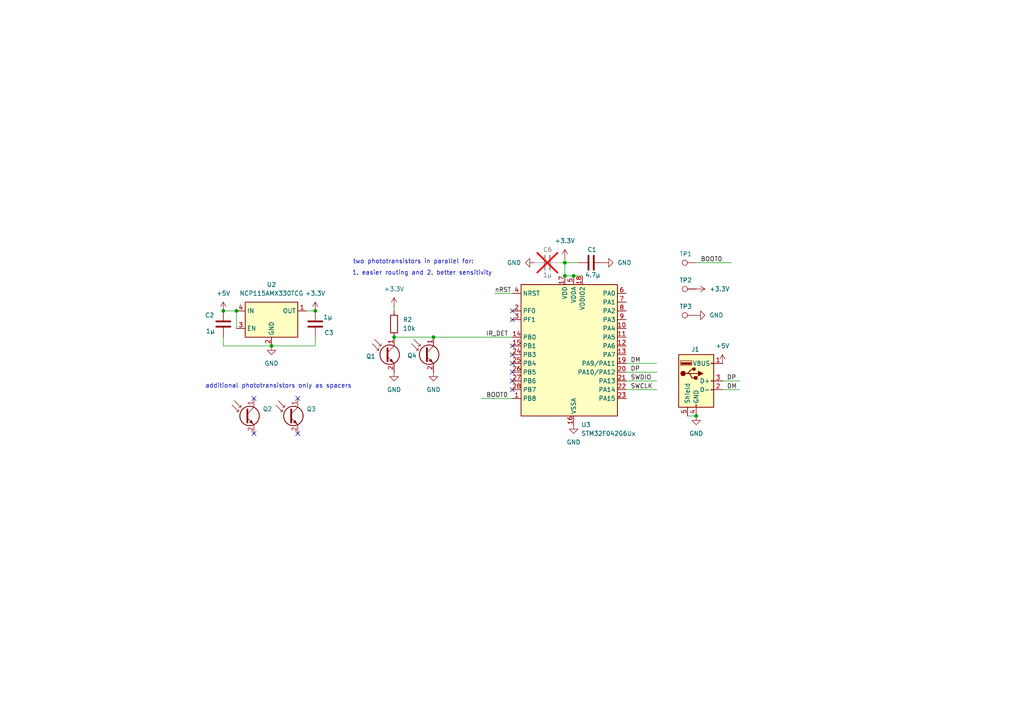
<source format=kicad_sch>
(kicad_sch
	(version 20231120)
	(generator "eeschema")
	(generator_version "8.0")
	(uuid "f235dd1b-57a4-4459-86b4-0864643a9595")
	(paper "A4")
	(lib_symbols
		(symbol "Connector:TestPoint"
			(pin_numbers hide)
			(pin_names
				(offset 0.762) hide)
			(exclude_from_sim no)
			(in_bom yes)
			(on_board yes)
			(property "Reference" "TP"
				(at 0 6.858 0)
				(effects
					(font
						(size 1.27 1.27)
					)
				)
			)
			(property "Value" "TestPoint"
				(at 0 5.08 0)
				(effects
					(font
						(size 1.27 1.27)
					)
				)
			)
			(property "Footprint" ""
				(at 5.08 0 0)
				(effects
					(font
						(size 1.27 1.27)
					)
					(hide yes)
				)
			)
			(property "Datasheet" "~"
				(at 5.08 0 0)
				(effects
					(font
						(size 1.27 1.27)
					)
					(hide yes)
				)
			)
			(property "Description" "test point"
				(at 0 0 0)
				(effects
					(font
						(size 1.27 1.27)
					)
					(hide yes)
				)
			)
			(property "ki_keywords" "test point tp"
				(at 0 0 0)
				(effects
					(font
						(size 1.27 1.27)
					)
					(hide yes)
				)
			)
			(property "ki_fp_filters" "Pin* Test*"
				(at 0 0 0)
				(effects
					(font
						(size 1.27 1.27)
					)
					(hide yes)
				)
			)
			(symbol "TestPoint_0_1"
				(circle
					(center 0 3.302)
					(radius 0.762)
					(stroke
						(width 0)
						(type default)
					)
					(fill
						(type none)
					)
				)
			)
			(symbol "TestPoint_1_1"
				(pin passive line
					(at 0 0 90)
					(length 2.54)
					(name "1"
						(effects
							(font
								(size 1.27 1.27)
							)
						)
					)
					(number "1"
						(effects
							(font
								(size 1.27 1.27)
							)
						)
					)
				)
			)
		)
		(symbol "Connector:USB_A"
			(pin_names
				(offset 1.016)
			)
			(exclude_from_sim no)
			(in_bom yes)
			(on_board yes)
			(property "Reference" "J"
				(at -5.08 11.43 0)
				(effects
					(font
						(size 1.27 1.27)
					)
					(justify left)
				)
			)
			(property "Value" "USB_A"
				(at -5.08 8.89 0)
				(effects
					(font
						(size 1.27 1.27)
					)
					(justify left)
				)
			)
			(property "Footprint" ""
				(at 3.81 -1.27 0)
				(effects
					(font
						(size 1.27 1.27)
					)
					(hide yes)
				)
			)
			(property "Datasheet" " ~"
				(at 3.81 -1.27 0)
				(effects
					(font
						(size 1.27 1.27)
					)
					(hide yes)
				)
			)
			(property "Description" "USB Type A connector"
				(at 0 0 0)
				(effects
					(font
						(size 1.27 1.27)
					)
					(hide yes)
				)
			)
			(property "ki_keywords" "connector USB"
				(at 0 0 0)
				(effects
					(font
						(size 1.27 1.27)
					)
					(hide yes)
				)
			)
			(property "ki_fp_filters" "USB*"
				(at 0 0 0)
				(effects
					(font
						(size 1.27 1.27)
					)
					(hide yes)
				)
			)
			(symbol "USB_A_0_1"
				(rectangle
					(start -5.08 -7.62)
					(end 5.08 7.62)
					(stroke
						(width 0.254)
						(type default)
					)
					(fill
						(type background)
					)
				)
				(circle
					(center -3.81 2.159)
					(radius 0.635)
					(stroke
						(width 0.254)
						(type default)
					)
					(fill
						(type outline)
					)
				)
				(rectangle
					(start -1.524 4.826)
					(end -4.318 5.334)
					(stroke
						(width 0)
						(type default)
					)
					(fill
						(type outline)
					)
				)
				(rectangle
					(start -1.27 4.572)
					(end -4.572 5.842)
					(stroke
						(width 0)
						(type default)
					)
					(fill
						(type none)
					)
				)
				(circle
					(center -0.635 3.429)
					(radius 0.381)
					(stroke
						(width 0.254)
						(type default)
					)
					(fill
						(type outline)
					)
				)
				(rectangle
					(start -0.127 -7.62)
					(end 0.127 -6.858)
					(stroke
						(width 0)
						(type default)
					)
					(fill
						(type none)
					)
				)
				(polyline
					(pts
						(xy -3.175 2.159) (xy -2.54 2.159) (xy -1.27 3.429) (xy -0.635 3.429)
					)
					(stroke
						(width 0.254)
						(type default)
					)
					(fill
						(type none)
					)
				)
				(polyline
					(pts
						(xy -2.54 2.159) (xy -1.905 2.159) (xy -1.27 0.889) (xy 0 0.889)
					)
					(stroke
						(width 0.254)
						(type default)
					)
					(fill
						(type none)
					)
				)
				(polyline
					(pts
						(xy 0.635 2.794) (xy 0.635 1.524) (xy 1.905 2.159) (xy 0.635 2.794)
					)
					(stroke
						(width 0.254)
						(type default)
					)
					(fill
						(type outline)
					)
				)
				(rectangle
					(start 0.254 1.27)
					(end -0.508 0.508)
					(stroke
						(width 0.254)
						(type default)
					)
					(fill
						(type outline)
					)
				)
				(rectangle
					(start 5.08 -2.667)
					(end 4.318 -2.413)
					(stroke
						(width 0)
						(type default)
					)
					(fill
						(type none)
					)
				)
				(rectangle
					(start 5.08 -0.127)
					(end 4.318 0.127)
					(stroke
						(width 0)
						(type default)
					)
					(fill
						(type none)
					)
				)
				(rectangle
					(start 5.08 4.953)
					(end 4.318 5.207)
					(stroke
						(width 0)
						(type default)
					)
					(fill
						(type none)
					)
				)
			)
			(symbol "USB_A_1_1"
				(polyline
					(pts
						(xy -1.905 2.159) (xy 0.635 2.159)
					)
					(stroke
						(width 0.254)
						(type default)
					)
					(fill
						(type none)
					)
				)
				(pin power_in line
					(at 7.62 5.08 180)
					(length 2.54)
					(name "VBUS"
						(effects
							(font
								(size 1.27 1.27)
							)
						)
					)
					(number "1"
						(effects
							(font
								(size 1.27 1.27)
							)
						)
					)
				)
				(pin bidirectional line
					(at 7.62 -2.54 180)
					(length 2.54)
					(name "D-"
						(effects
							(font
								(size 1.27 1.27)
							)
						)
					)
					(number "2"
						(effects
							(font
								(size 1.27 1.27)
							)
						)
					)
				)
				(pin bidirectional line
					(at 7.62 0 180)
					(length 2.54)
					(name "D+"
						(effects
							(font
								(size 1.27 1.27)
							)
						)
					)
					(number "3"
						(effects
							(font
								(size 1.27 1.27)
							)
						)
					)
				)
				(pin power_in line
					(at 0 -10.16 90)
					(length 2.54)
					(name "GND"
						(effects
							(font
								(size 1.27 1.27)
							)
						)
					)
					(number "4"
						(effects
							(font
								(size 1.27 1.27)
							)
						)
					)
				)
				(pin passive line
					(at -2.54 -10.16 90)
					(length 2.54)
					(name "Shield"
						(effects
							(font
								(size 1.27 1.27)
							)
						)
					)
					(number "5"
						(effects
							(font
								(size 1.27 1.27)
							)
						)
					)
				)
			)
		)
		(symbol "Device:C"
			(pin_numbers hide)
			(pin_names
				(offset 0.254)
			)
			(exclude_from_sim no)
			(in_bom yes)
			(on_board yes)
			(property "Reference" "C"
				(at 0.635 2.54 0)
				(effects
					(font
						(size 1.27 1.27)
					)
					(justify left)
				)
			)
			(property "Value" "C"
				(at 0.635 -2.54 0)
				(effects
					(font
						(size 1.27 1.27)
					)
					(justify left)
				)
			)
			(property "Footprint" ""
				(at 0.9652 -3.81 0)
				(effects
					(font
						(size 1.27 1.27)
					)
					(hide yes)
				)
			)
			(property "Datasheet" "~"
				(at 0 0 0)
				(effects
					(font
						(size 1.27 1.27)
					)
					(hide yes)
				)
			)
			(property "Description" "Unpolarized capacitor"
				(at 0 0 0)
				(effects
					(font
						(size 1.27 1.27)
					)
					(hide yes)
				)
			)
			(property "ki_keywords" "cap capacitor"
				(at 0 0 0)
				(effects
					(font
						(size 1.27 1.27)
					)
					(hide yes)
				)
			)
			(property "ki_fp_filters" "C_*"
				(at 0 0 0)
				(effects
					(font
						(size 1.27 1.27)
					)
					(hide yes)
				)
			)
			(symbol "C_0_1"
				(polyline
					(pts
						(xy -2.032 -0.762) (xy 2.032 -0.762)
					)
					(stroke
						(width 0.508)
						(type default)
					)
					(fill
						(type none)
					)
				)
				(polyline
					(pts
						(xy -2.032 0.762) (xy 2.032 0.762)
					)
					(stroke
						(width 0.508)
						(type default)
					)
					(fill
						(type none)
					)
				)
			)
			(symbol "C_1_1"
				(pin passive line
					(at 0 3.81 270)
					(length 2.794)
					(name "~"
						(effects
							(font
								(size 1.27 1.27)
							)
						)
					)
					(number "1"
						(effects
							(font
								(size 1.27 1.27)
							)
						)
					)
				)
				(pin passive line
					(at 0 -3.81 90)
					(length 2.794)
					(name "~"
						(effects
							(font
								(size 1.27 1.27)
							)
						)
					)
					(number "2"
						(effects
							(font
								(size 1.27 1.27)
							)
						)
					)
				)
			)
		)
		(symbol "Device:Q_Photo_NPN"
			(pin_names
				(offset 0) hide)
			(exclude_from_sim no)
			(in_bom yes)
			(on_board yes)
			(property "Reference" "Q"
				(at 5.08 1.27 0)
				(effects
					(font
						(size 1.27 1.27)
					)
					(justify left)
				)
			)
			(property "Value" "Q_Photo_NPN"
				(at 5.08 -1.27 0)
				(effects
					(font
						(size 1.27 1.27)
					)
					(justify left)
				)
			)
			(property "Footprint" ""
				(at 5.08 2.54 0)
				(effects
					(font
						(size 1.27 1.27)
					)
					(hide yes)
				)
			)
			(property "Datasheet" "~"
				(at 0 0 0)
				(effects
					(font
						(size 1.27 1.27)
					)
					(hide yes)
				)
			)
			(property "Description" "NPN phototransistor, collector/emitter"
				(at 0 0 0)
				(effects
					(font
						(size 1.27 1.27)
					)
					(hide yes)
				)
			)
			(property "ki_keywords" "phototransistor NPN"
				(at 0 0 0)
				(effects
					(font
						(size 1.27 1.27)
					)
					(hide yes)
				)
			)
			(symbol "Q_Photo_NPN_0_1"
				(polyline
					(pts
						(xy -1.905 1.27) (xy -2.54 1.27)
					)
					(stroke
						(width 0)
						(type default)
					)
					(fill
						(type none)
					)
				)
				(polyline
					(pts
						(xy -1.27 2.54) (xy -1.905 2.54)
					)
					(stroke
						(width 0)
						(type default)
					)
					(fill
						(type none)
					)
				)
				(polyline
					(pts
						(xy 0.635 0.635) (xy 2.54 2.54)
					)
					(stroke
						(width 0)
						(type default)
					)
					(fill
						(type none)
					)
				)
				(polyline
					(pts
						(xy -3.81 3.175) (xy -1.905 1.27) (xy -1.905 1.905)
					)
					(stroke
						(width 0)
						(type default)
					)
					(fill
						(type none)
					)
				)
				(polyline
					(pts
						(xy -3.175 4.445) (xy -1.27 2.54) (xy -1.27 3.175)
					)
					(stroke
						(width 0)
						(type default)
					)
					(fill
						(type none)
					)
				)
				(polyline
					(pts
						(xy 0.635 -0.635) (xy 2.54 -2.54) (xy 2.54 -2.54)
					)
					(stroke
						(width 0)
						(type default)
					)
					(fill
						(type none)
					)
				)
				(polyline
					(pts
						(xy 0.635 1.905) (xy 0.635 -1.905) (xy 0.635 -1.905)
					)
					(stroke
						(width 0.508)
						(type default)
					)
					(fill
						(type none)
					)
				)
				(polyline
					(pts
						(xy 1.27 -1.778) (xy 1.778 -1.27) (xy 2.286 -2.286) (xy 1.27 -1.778) (xy 1.27 -1.778)
					)
					(stroke
						(width 0)
						(type default)
					)
					(fill
						(type outline)
					)
				)
				(circle
					(center 1.27 0)
					(radius 2.8194)
					(stroke
						(width 0.254)
						(type default)
					)
					(fill
						(type none)
					)
				)
			)
			(symbol "Q_Photo_NPN_1_1"
				(pin passive line
					(at 2.54 5.08 270)
					(length 2.54)
					(name "C"
						(effects
							(font
								(size 1.27 1.27)
							)
						)
					)
					(number "1"
						(effects
							(font
								(size 1.27 1.27)
							)
						)
					)
				)
				(pin passive line
					(at 2.54 -5.08 90)
					(length 2.54)
					(name "E"
						(effects
							(font
								(size 1.27 1.27)
							)
						)
					)
					(number "2"
						(effects
							(font
								(size 1.27 1.27)
							)
						)
					)
				)
			)
		)
		(symbol "Device:R"
			(pin_numbers hide)
			(pin_names
				(offset 0)
			)
			(exclude_from_sim no)
			(in_bom yes)
			(on_board yes)
			(property "Reference" "R"
				(at 2.032 0 90)
				(effects
					(font
						(size 1.27 1.27)
					)
				)
			)
			(property "Value" "R"
				(at 0 0 90)
				(effects
					(font
						(size 1.27 1.27)
					)
				)
			)
			(property "Footprint" ""
				(at -1.778 0 90)
				(effects
					(font
						(size 1.27 1.27)
					)
					(hide yes)
				)
			)
			(property "Datasheet" "~"
				(at 0 0 0)
				(effects
					(font
						(size 1.27 1.27)
					)
					(hide yes)
				)
			)
			(property "Description" "Resistor"
				(at 0 0 0)
				(effects
					(font
						(size 1.27 1.27)
					)
					(hide yes)
				)
			)
			(property "ki_keywords" "R res resistor"
				(at 0 0 0)
				(effects
					(font
						(size 1.27 1.27)
					)
					(hide yes)
				)
			)
			(property "ki_fp_filters" "R_*"
				(at 0 0 0)
				(effects
					(font
						(size 1.27 1.27)
					)
					(hide yes)
				)
			)
			(symbol "R_0_1"
				(rectangle
					(start -1.016 -2.54)
					(end 1.016 2.54)
					(stroke
						(width 0.254)
						(type default)
					)
					(fill
						(type none)
					)
				)
			)
			(symbol "R_1_1"
				(pin passive line
					(at 0 3.81 270)
					(length 1.27)
					(name "~"
						(effects
							(font
								(size 1.27 1.27)
							)
						)
					)
					(number "1"
						(effects
							(font
								(size 1.27 1.27)
							)
						)
					)
				)
				(pin passive line
					(at 0 -3.81 90)
					(length 1.27)
					(name "~"
						(effects
							(font
								(size 1.27 1.27)
							)
						)
					)
					(number "2"
						(effects
							(font
								(size 1.27 1.27)
							)
						)
					)
				)
			)
		)
		(symbol "MCU_ST_STM32F0:STM32F042G6Ux"
			(exclude_from_sim no)
			(in_bom yes)
			(on_board yes)
			(property "Reference" "U"
				(at -12.7 21.59 0)
				(effects
					(font
						(size 1.27 1.27)
					)
					(justify left)
				)
			)
			(property "Value" "STM32F042G6Ux"
				(at 7.62 21.59 0)
				(effects
					(font
						(size 1.27 1.27)
					)
					(justify left)
				)
			)
			(property "Footprint" "Package_DFN_QFN:QFN-28_4x4mm_P0.5mm"
				(at -12.7 -17.78 0)
				(effects
					(font
						(size 1.27 1.27)
					)
					(justify right)
					(hide yes)
				)
			)
			(property "Datasheet" "https://www.st.com/resource/en/datasheet/stm32f042g6.pdf"
				(at 0 0 0)
				(effects
					(font
						(size 1.27 1.27)
					)
					(hide yes)
				)
			)
			(property "Description" "STMicroelectronics Arm Cortex-M0 MCU, 32KB flash, 6KB RAM, 48 MHz, 2.0-3.6V, 23 GPIO, UFQFPN28"
				(at 0 0 0)
				(effects
					(font
						(size 1.27 1.27)
					)
					(hide yes)
				)
			)
			(property "ki_locked" ""
				(at 0 0 0)
				(effects
					(font
						(size 1.27 1.27)
					)
				)
			)
			(property "ki_keywords" "Arm Cortex-M0 STM32F0 STM32F0x2"
				(at 0 0 0)
				(effects
					(font
						(size 1.27 1.27)
					)
					(hide yes)
				)
			)
			(property "ki_fp_filters" "QFN*4x4mm*P0.5mm*"
				(at 0 0 0)
				(effects
					(font
						(size 1.27 1.27)
					)
					(hide yes)
				)
			)
			(symbol "STM32F042G6Ux_0_1"
				(rectangle
					(start -12.7 -17.78)
					(end 15.24 20.32)
					(stroke
						(width 0.254)
						(type default)
					)
					(fill
						(type background)
					)
				)
			)
			(symbol "STM32F042G6Ux_1_1"
				(pin bidirectional line
					(at -15.24 -12.7 0)
					(length 2.54)
					(name "PB8"
						(effects
							(font
								(size 1.27 1.27)
							)
						)
					)
					(number "1"
						(effects
							(font
								(size 1.27 1.27)
							)
						)
					)
					(alternate "CAN_RX" bidirectional line)
					(alternate "CEC" bidirectional line)
					(alternate "I2C1_SCL" bidirectional line)
					(alternate "TIM16_CH1" bidirectional line)
					(alternate "TSC_SYNC" bidirectional line)
				)
				(pin bidirectional line
					(at 17.78 7.62 180)
					(length 2.54)
					(name "PA4"
						(effects
							(font
								(size 1.27 1.27)
							)
						)
					)
					(number "10"
						(effects
							(font
								(size 1.27 1.27)
							)
						)
					)
					(alternate "ADC_IN4" bidirectional line)
					(alternate "I2S1_WS" bidirectional line)
					(alternate "SPI1_NSS" bidirectional line)
					(alternate "TIM14_CH1" bidirectional line)
					(alternate "TSC_G2_IO1" bidirectional line)
					(alternate "USART2_CK" bidirectional line)
					(alternate "USB_NOE" bidirectional line)
				)
				(pin bidirectional line
					(at 17.78 5.08 180)
					(length 2.54)
					(name "PA5"
						(effects
							(font
								(size 1.27 1.27)
							)
						)
					)
					(number "11"
						(effects
							(font
								(size 1.27 1.27)
							)
						)
					)
					(alternate "ADC_IN5" bidirectional line)
					(alternate "CEC" bidirectional line)
					(alternate "I2S1_CK" bidirectional line)
					(alternate "SPI1_SCK" bidirectional line)
					(alternate "TIM2_CH1" bidirectional line)
					(alternate "TIM2_ETR" bidirectional line)
					(alternate "TSC_G2_IO2" bidirectional line)
				)
				(pin bidirectional line
					(at 17.78 2.54 180)
					(length 2.54)
					(name "PA6"
						(effects
							(font
								(size 1.27 1.27)
							)
						)
					)
					(number "12"
						(effects
							(font
								(size 1.27 1.27)
							)
						)
					)
					(alternate "ADC_IN6" bidirectional line)
					(alternate "I2S1_MCK" bidirectional line)
					(alternate "SPI1_MISO" bidirectional line)
					(alternate "TIM16_CH1" bidirectional line)
					(alternate "TIM1_BKIN" bidirectional line)
					(alternate "TIM3_CH1" bidirectional line)
					(alternate "TSC_G2_IO3" bidirectional line)
				)
				(pin bidirectional line
					(at 17.78 0 180)
					(length 2.54)
					(name "PA7"
						(effects
							(font
								(size 1.27 1.27)
							)
						)
					)
					(number "13"
						(effects
							(font
								(size 1.27 1.27)
							)
						)
					)
					(alternate "ADC_IN7" bidirectional line)
					(alternate "I2S1_SD" bidirectional line)
					(alternate "SPI1_MOSI" bidirectional line)
					(alternate "TIM14_CH1" bidirectional line)
					(alternate "TIM17_CH1" bidirectional line)
					(alternate "TIM1_CH1N" bidirectional line)
					(alternate "TIM3_CH2" bidirectional line)
					(alternate "TSC_G2_IO4" bidirectional line)
				)
				(pin bidirectional line
					(at -15.24 5.08 0)
					(length 2.54)
					(name "PB0"
						(effects
							(font
								(size 1.27 1.27)
							)
						)
					)
					(number "14"
						(effects
							(font
								(size 1.27 1.27)
							)
						)
					)
					(alternate "ADC_IN8" bidirectional line)
					(alternate "TIM1_CH2N" bidirectional line)
					(alternate "TIM3_CH3" bidirectional line)
					(alternate "TSC_G3_IO2" bidirectional line)
				)
				(pin bidirectional line
					(at -15.24 2.54 0)
					(length 2.54)
					(name "PB1"
						(effects
							(font
								(size 1.27 1.27)
							)
						)
					)
					(number "15"
						(effects
							(font
								(size 1.27 1.27)
							)
						)
					)
					(alternate "ADC_IN9" bidirectional line)
					(alternate "TIM14_CH1" bidirectional line)
					(alternate "TIM1_CH3N" bidirectional line)
					(alternate "TIM3_CH4" bidirectional line)
					(alternate "TSC_G3_IO3" bidirectional line)
				)
				(pin power_in line
					(at 2.54 -20.32 90)
					(length 2.54)
					(name "VSSA"
						(effects
							(font
								(size 1.27 1.27)
							)
						)
					)
					(number "16"
						(effects
							(font
								(size 1.27 1.27)
							)
						)
					)
				)
				(pin power_in line
					(at 0 22.86 270)
					(length 2.54)
					(name "VDD"
						(effects
							(font
								(size 1.27 1.27)
							)
						)
					)
					(number "17"
						(effects
							(font
								(size 1.27 1.27)
							)
						)
					)
				)
				(pin power_in line
					(at 5.08 22.86 270)
					(length 2.54)
					(name "VDDIO2"
						(effects
							(font
								(size 1.27 1.27)
							)
						)
					)
					(number "18"
						(effects
							(font
								(size 1.27 1.27)
							)
						)
					)
				)
				(pin bidirectional line
					(at 17.78 -2.54 180)
					(length 2.54)
					(name "PA9/PA11"
						(effects
							(font
								(size 1.27 1.27)
							)
						)
					)
					(number "19"
						(effects
							(font
								(size 1.27 1.27)
							)
						)
					)
					(alternate "I2C1_SCL" bidirectional line)
					(alternate "TIM1_CH2" bidirectional line)
					(alternate "TSC_G4_IO1" bidirectional line)
					(alternate "USART1_TX" bidirectional line)
				)
				(pin bidirectional line
					(at -15.24 12.7 0)
					(length 2.54)
					(name "PF0"
						(effects
							(font
								(size 1.27 1.27)
							)
						)
					)
					(number "2"
						(effects
							(font
								(size 1.27 1.27)
							)
						)
					)
					(alternate "CRS_SYNC" bidirectional line)
					(alternate "I2C1_SDA" bidirectional line)
					(alternate "RCC_OSC_IN" bidirectional line)
				)
				(pin bidirectional line
					(at 17.78 -5.08 180)
					(length 2.54)
					(name "PA10/PA12"
						(effects
							(font
								(size 1.27 1.27)
							)
						)
					)
					(number "20"
						(effects
							(font
								(size 1.27 1.27)
							)
						)
					)
					(alternate "I2C1_SDA" bidirectional line)
					(alternate "TIM17_BKIN" bidirectional line)
					(alternate "TIM1_CH3" bidirectional line)
					(alternate "TSC_G4_IO2" bidirectional line)
					(alternate "USART1_RX" bidirectional line)
				)
				(pin bidirectional line
					(at 17.78 -7.62 180)
					(length 2.54)
					(name "PA13"
						(effects
							(font
								(size 1.27 1.27)
							)
						)
					)
					(number "21"
						(effects
							(font
								(size 1.27 1.27)
							)
						)
					)
					(alternate "IR_OUT" bidirectional line)
					(alternate "SYS_SWDIO" bidirectional line)
					(alternate "USB_NOE" bidirectional line)
				)
				(pin bidirectional line
					(at 17.78 -10.16 180)
					(length 2.54)
					(name "PA14"
						(effects
							(font
								(size 1.27 1.27)
							)
						)
					)
					(number "22"
						(effects
							(font
								(size 1.27 1.27)
							)
						)
					)
					(alternate "SYS_SWCLK" bidirectional line)
					(alternate "USART2_TX" bidirectional line)
				)
				(pin bidirectional line
					(at 17.78 -12.7 180)
					(length 2.54)
					(name "PA15"
						(effects
							(font
								(size 1.27 1.27)
							)
						)
					)
					(number "23"
						(effects
							(font
								(size 1.27 1.27)
							)
						)
					)
					(alternate "I2S1_WS" bidirectional line)
					(alternate "SPI1_NSS" bidirectional line)
					(alternate "TIM2_CH1" bidirectional line)
					(alternate "TIM2_ETR" bidirectional line)
					(alternate "USART2_RX" bidirectional line)
					(alternate "USB_NOE" bidirectional line)
				)
				(pin bidirectional line
					(at -15.24 0 0)
					(length 2.54)
					(name "PB3"
						(effects
							(font
								(size 1.27 1.27)
							)
						)
					)
					(number "24"
						(effects
							(font
								(size 1.27 1.27)
							)
						)
					)
					(alternate "I2S1_CK" bidirectional line)
					(alternate "SPI1_SCK" bidirectional line)
					(alternate "TIM2_CH2" bidirectional line)
					(alternate "TSC_G5_IO1" bidirectional line)
				)
				(pin bidirectional line
					(at -15.24 -2.54 0)
					(length 2.54)
					(name "PB4"
						(effects
							(font
								(size 1.27 1.27)
							)
						)
					)
					(number "25"
						(effects
							(font
								(size 1.27 1.27)
							)
						)
					)
					(alternate "I2S1_MCK" bidirectional line)
					(alternate "SPI1_MISO" bidirectional line)
					(alternate "TIM17_BKIN" bidirectional line)
					(alternate "TIM3_CH1" bidirectional line)
					(alternate "TSC_G5_IO2" bidirectional line)
				)
				(pin bidirectional line
					(at -15.24 -5.08 0)
					(length 2.54)
					(name "PB5"
						(effects
							(font
								(size 1.27 1.27)
							)
						)
					)
					(number "26"
						(effects
							(font
								(size 1.27 1.27)
							)
						)
					)
					(alternate "I2C1_SMBA" bidirectional line)
					(alternate "I2S1_SD" bidirectional line)
					(alternate "SPI1_MOSI" bidirectional line)
					(alternate "SYS_WKUP6" bidirectional line)
					(alternate "TIM16_BKIN" bidirectional line)
					(alternate "TIM3_CH2" bidirectional line)
				)
				(pin bidirectional line
					(at -15.24 -7.62 0)
					(length 2.54)
					(name "PB6"
						(effects
							(font
								(size 1.27 1.27)
							)
						)
					)
					(number "27"
						(effects
							(font
								(size 1.27 1.27)
							)
						)
					)
					(alternate "I2C1_SCL" bidirectional line)
					(alternate "TIM16_CH1N" bidirectional line)
					(alternate "TSC_G5_IO3" bidirectional line)
					(alternate "USART1_TX" bidirectional line)
				)
				(pin bidirectional line
					(at -15.24 -10.16 0)
					(length 2.54)
					(name "PB7"
						(effects
							(font
								(size 1.27 1.27)
							)
						)
					)
					(number "28"
						(effects
							(font
								(size 1.27 1.27)
							)
						)
					)
					(alternate "I2C1_SDA" bidirectional line)
					(alternate "TIM17_CH1N" bidirectional line)
					(alternate "TSC_G5_IO4" bidirectional line)
					(alternate "USART1_RX" bidirectional line)
				)
				(pin bidirectional line
					(at -15.24 10.16 0)
					(length 2.54)
					(name "PF1"
						(effects
							(font
								(size 1.27 1.27)
							)
						)
					)
					(number "3"
						(effects
							(font
								(size 1.27 1.27)
							)
						)
					)
					(alternate "I2C1_SCL" bidirectional line)
					(alternate "RCC_OSC_OUT" bidirectional line)
				)
				(pin input line
					(at -15.24 17.78 0)
					(length 2.54)
					(name "NRST"
						(effects
							(font
								(size 1.27 1.27)
							)
						)
					)
					(number "4"
						(effects
							(font
								(size 1.27 1.27)
							)
						)
					)
				)
				(pin power_in line
					(at 2.54 22.86 270)
					(length 2.54)
					(name "VDDA"
						(effects
							(font
								(size 1.27 1.27)
							)
						)
					)
					(number "5"
						(effects
							(font
								(size 1.27 1.27)
							)
						)
					)
				)
				(pin bidirectional line
					(at 17.78 17.78 180)
					(length 2.54)
					(name "PA0"
						(effects
							(font
								(size 1.27 1.27)
							)
						)
					)
					(number "6"
						(effects
							(font
								(size 1.27 1.27)
							)
						)
					)
					(alternate "ADC_IN0" bidirectional line)
					(alternate "RTC_TAMP2" bidirectional line)
					(alternate "SYS_WKUP1" bidirectional line)
					(alternate "TIM2_CH1" bidirectional line)
					(alternate "TIM2_ETR" bidirectional line)
					(alternate "TSC_G1_IO1" bidirectional line)
					(alternate "USART2_CTS" bidirectional line)
				)
				(pin bidirectional line
					(at 17.78 15.24 180)
					(length 2.54)
					(name "PA1"
						(effects
							(font
								(size 1.27 1.27)
							)
						)
					)
					(number "7"
						(effects
							(font
								(size 1.27 1.27)
							)
						)
					)
					(alternate "ADC_IN1" bidirectional line)
					(alternate "TIM2_CH2" bidirectional line)
					(alternate "TSC_G1_IO2" bidirectional line)
					(alternate "USART2_DE" bidirectional line)
					(alternate "USART2_RTS" bidirectional line)
				)
				(pin bidirectional line
					(at 17.78 12.7 180)
					(length 2.54)
					(name "PA2"
						(effects
							(font
								(size 1.27 1.27)
							)
						)
					)
					(number "8"
						(effects
							(font
								(size 1.27 1.27)
							)
						)
					)
					(alternate "ADC_IN2" bidirectional line)
					(alternate "SYS_WKUP4" bidirectional line)
					(alternate "TIM2_CH3" bidirectional line)
					(alternate "TSC_G1_IO3" bidirectional line)
					(alternate "USART2_TX" bidirectional line)
				)
				(pin bidirectional line
					(at 17.78 10.16 180)
					(length 2.54)
					(name "PA3"
						(effects
							(font
								(size 1.27 1.27)
							)
						)
					)
					(number "9"
						(effects
							(font
								(size 1.27 1.27)
							)
						)
					)
					(alternate "ADC_IN3" bidirectional line)
					(alternate "TIM2_CH4" bidirectional line)
					(alternate "TSC_G1_IO4" bidirectional line)
					(alternate "USART2_RX" bidirectional line)
				)
			)
		)
		(symbol "Regulator_Linear:NCP115AMX250TCG"
			(exclude_from_sim no)
			(in_bom yes)
			(on_board yes)
			(property "Reference" "U"
				(at 2.54 10.16 0)
				(effects
					(font
						(size 1.27 1.27)
					)
				)
			)
			(property "Value" "NCP115AMX250TCG"
				(at 10.16 7.62 0)
				(effects
					(font
						(size 1.27 1.27)
					)
				)
			)
			(property "Footprint" "Package_DFN_QFN:OnSemi_XDFN4-1EP_1.0x1.0mm_EP0.52x0.52mm"
				(at 0 0 0)
				(effects
					(font
						(size 1.27 1.27)
					)
					(hide yes)
				)
			)
			(property "Datasheet" "https://www.onsemi.com/pub/Collateral/NCP115-D.PDF"
				(at 0 0 0)
				(effects
					(font
						(size 1.27 1.27)
					)
					(hide yes)
				)
			)
			(property "Description" "300mA Low-Dropout Linear Regulators, 2.5V output voltage, LDO with low noise and enable pin, XDFN-4"
				(at 0 0 0)
				(effects
					(font
						(size 1.27 1.27)
					)
					(hide yes)
				)
			)
			(property "ki_keywords" "Single Output LDO"
				(at 0 0 0)
				(effects
					(font
						(size 1.27 1.27)
					)
					(hide yes)
				)
			)
			(property "ki_fp_filters" "OnSemi*XDFN4*1EP*1.0x1.0mm*"
				(at 0 0 0)
				(effects
					(font
						(size 1.27 1.27)
					)
					(hide yes)
				)
			)
			(symbol "NCP115AMX250TCG_0_1"
				(rectangle
					(start -7.62 5.08)
					(end 7.62 -5.08)
					(stroke
						(width 0.254)
						(type default)
					)
					(fill
						(type background)
					)
				)
			)
			(symbol "NCP115AMX250TCG_1_1"
				(pin power_out line
					(at 10.16 2.54 180)
					(length 2.54)
					(name "OUT"
						(effects
							(font
								(size 1.27 1.27)
							)
						)
					)
					(number "1"
						(effects
							(font
								(size 1.27 1.27)
							)
						)
					)
				)
				(pin power_in line
					(at 0 -7.62 90)
					(length 2.54)
					(name "GND"
						(effects
							(font
								(size 1.27 1.27)
							)
						)
					)
					(number "2"
						(effects
							(font
								(size 1.27 1.27)
							)
						)
					)
				)
				(pin input line
					(at -10.16 -2.54 0)
					(length 2.54)
					(name "EN"
						(effects
							(font
								(size 1.27 1.27)
							)
						)
					)
					(number "3"
						(effects
							(font
								(size 1.27 1.27)
							)
						)
					)
				)
				(pin power_in line
					(at -10.16 2.54 0)
					(length 2.54)
					(name "IN"
						(effects
							(font
								(size 1.27 1.27)
							)
						)
					)
					(number "4"
						(effects
							(font
								(size 1.27 1.27)
							)
						)
					)
				)
				(pin passive line
					(at 0 -7.62 90)
					(length 2.54) hide
					(name "GND"
						(effects
							(font
								(size 1.27 1.27)
							)
						)
					)
					(number "5"
						(effects
							(font
								(size 1.27 1.27)
							)
						)
					)
				)
			)
		)
		(symbol "power:+3.3V"
			(power)
			(pin_numbers hide)
			(pin_names
				(offset 0) hide)
			(exclude_from_sim no)
			(in_bom yes)
			(on_board yes)
			(property "Reference" "#PWR"
				(at 0 -3.81 0)
				(effects
					(font
						(size 1.27 1.27)
					)
					(hide yes)
				)
			)
			(property "Value" "+3.3V"
				(at 0 3.556 0)
				(effects
					(font
						(size 1.27 1.27)
					)
				)
			)
			(property "Footprint" ""
				(at 0 0 0)
				(effects
					(font
						(size 1.27 1.27)
					)
					(hide yes)
				)
			)
			(property "Datasheet" ""
				(at 0 0 0)
				(effects
					(font
						(size 1.27 1.27)
					)
					(hide yes)
				)
			)
			(property "Description" "Power symbol creates a global label with name \"+3.3V\""
				(at 0 0 0)
				(effects
					(font
						(size 1.27 1.27)
					)
					(hide yes)
				)
			)
			(property "ki_keywords" "global power"
				(at 0 0 0)
				(effects
					(font
						(size 1.27 1.27)
					)
					(hide yes)
				)
			)
			(symbol "+3.3V_0_1"
				(polyline
					(pts
						(xy -0.762 1.27) (xy 0 2.54)
					)
					(stroke
						(width 0)
						(type default)
					)
					(fill
						(type none)
					)
				)
				(polyline
					(pts
						(xy 0 0) (xy 0 2.54)
					)
					(stroke
						(width 0)
						(type default)
					)
					(fill
						(type none)
					)
				)
				(polyline
					(pts
						(xy 0 2.54) (xy 0.762 1.27)
					)
					(stroke
						(width 0)
						(type default)
					)
					(fill
						(type none)
					)
				)
			)
			(symbol "+3.3V_1_1"
				(pin power_in line
					(at 0 0 90)
					(length 0)
					(name "~"
						(effects
							(font
								(size 1.27 1.27)
							)
						)
					)
					(number "1"
						(effects
							(font
								(size 1.27 1.27)
							)
						)
					)
				)
			)
		)
		(symbol "power:+5V"
			(power)
			(pin_numbers hide)
			(pin_names
				(offset 0) hide)
			(exclude_from_sim no)
			(in_bom yes)
			(on_board yes)
			(property "Reference" "#PWR"
				(at 0 -3.81 0)
				(effects
					(font
						(size 1.27 1.27)
					)
					(hide yes)
				)
			)
			(property "Value" "+5V"
				(at 0 3.556 0)
				(effects
					(font
						(size 1.27 1.27)
					)
				)
			)
			(property "Footprint" ""
				(at 0 0 0)
				(effects
					(font
						(size 1.27 1.27)
					)
					(hide yes)
				)
			)
			(property "Datasheet" ""
				(at 0 0 0)
				(effects
					(font
						(size 1.27 1.27)
					)
					(hide yes)
				)
			)
			(property "Description" "Power symbol creates a global label with name \"+5V\""
				(at 0 0 0)
				(effects
					(font
						(size 1.27 1.27)
					)
					(hide yes)
				)
			)
			(property "ki_keywords" "global power"
				(at 0 0 0)
				(effects
					(font
						(size 1.27 1.27)
					)
					(hide yes)
				)
			)
			(symbol "+5V_0_1"
				(polyline
					(pts
						(xy -0.762 1.27) (xy 0 2.54)
					)
					(stroke
						(width 0)
						(type default)
					)
					(fill
						(type none)
					)
				)
				(polyline
					(pts
						(xy 0 0) (xy 0 2.54)
					)
					(stroke
						(width 0)
						(type default)
					)
					(fill
						(type none)
					)
				)
				(polyline
					(pts
						(xy 0 2.54) (xy 0.762 1.27)
					)
					(stroke
						(width 0)
						(type default)
					)
					(fill
						(type none)
					)
				)
			)
			(symbol "+5V_1_1"
				(pin power_in line
					(at 0 0 90)
					(length 0)
					(name "~"
						(effects
							(font
								(size 1.27 1.27)
							)
						)
					)
					(number "1"
						(effects
							(font
								(size 1.27 1.27)
							)
						)
					)
				)
			)
		)
		(symbol "power:GND"
			(power)
			(pin_numbers hide)
			(pin_names
				(offset 0) hide)
			(exclude_from_sim no)
			(in_bom yes)
			(on_board yes)
			(property "Reference" "#PWR"
				(at 0 -6.35 0)
				(effects
					(font
						(size 1.27 1.27)
					)
					(hide yes)
				)
			)
			(property "Value" "GND"
				(at 0 -3.81 0)
				(effects
					(font
						(size 1.27 1.27)
					)
				)
			)
			(property "Footprint" ""
				(at 0 0 0)
				(effects
					(font
						(size 1.27 1.27)
					)
					(hide yes)
				)
			)
			(property "Datasheet" ""
				(at 0 0 0)
				(effects
					(font
						(size 1.27 1.27)
					)
					(hide yes)
				)
			)
			(property "Description" "Power symbol creates a global label with name \"GND\" , ground"
				(at 0 0 0)
				(effects
					(font
						(size 1.27 1.27)
					)
					(hide yes)
				)
			)
			(property "ki_keywords" "global power"
				(at 0 0 0)
				(effects
					(font
						(size 1.27 1.27)
					)
					(hide yes)
				)
			)
			(symbol "GND_0_1"
				(polyline
					(pts
						(xy 0 0) (xy 0 -1.27) (xy 1.27 -1.27) (xy 0 -2.54) (xy -1.27 -1.27) (xy 0 -1.27)
					)
					(stroke
						(width 0)
						(type default)
					)
					(fill
						(type none)
					)
				)
			)
			(symbol "GND_1_1"
				(pin power_in line
					(at 0 0 270)
					(length 0)
					(name "~"
						(effects
							(font
								(size 1.27 1.27)
							)
						)
					)
					(number "1"
						(effects
							(font
								(size 1.27 1.27)
							)
						)
					)
				)
			)
		)
	)
	(junction
		(at 114.3 97.79)
		(diameter 0)
		(color 0 0 0 0)
		(uuid "06b1fee6-d688-4a02-bdf6-d09dd21ef8d3")
	)
	(junction
		(at 64.77 90.17)
		(diameter 0)
		(color 0 0 0 0)
		(uuid "09a4ff53-43ff-47b9-90bb-9f38004dc256")
	)
	(junction
		(at 163.83 76.2)
		(diameter 0)
		(color 0 0 0 0)
		(uuid "0ca60886-556a-421a-9482-d7a19b96e7c5")
	)
	(junction
		(at 166.37 80.01)
		(diameter 0)
		(color 0 0 0 0)
		(uuid "5ea7432b-4a18-4b1f-b9bc-b20280b02515")
	)
	(junction
		(at 91.44 90.17)
		(diameter 0)
		(color 0 0 0 0)
		(uuid "7dd78b31-5845-4449-85f5-07bfa5974ef2")
	)
	(junction
		(at 78.74 100.33)
		(diameter 0)
		(color 0 0 0 0)
		(uuid "91a91e54-0dc3-487c-9385-cce076abd85d")
	)
	(junction
		(at 68.58 90.17)
		(diameter 0)
		(color 0 0 0 0)
		(uuid "9cd4ae2d-7a61-4fe9-b42b-a0d8c1740a8f")
	)
	(junction
		(at 201.93 120.65)
		(diameter 0)
		(color 0 0 0 0)
		(uuid "b9249f48-414b-4a8f-b2a1-be84b123c6f3")
	)
	(junction
		(at 163.83 80.01)
		(diameter 0)
		(color 0 0 0 0)
		(uuid "e4ede023-9ead-481e-a7f8-ff38aa82cefc")
	)
	(junction
		(at 125.73 97.79)
		(diameter 0)
		(color 0 0 0 0)
		(uuid "f8b45907-9768-42d2-b4c7-8ad6db450fc7")
	)
	(no_connect
		(at 148.59 107.95)
		(uuid "0b5c87e1-e743-4a0e-91a3-a0c2941efe0f")
	)
	(no_connect
		(at 86.36 125.73)
		(uuid "1a8fd3fb-b012-4292-a24a-89c043974352")
	)
	(no_connect
		(at 73.66 125.73)
		(uuid "27b0624f-d120-4821-9294-461f4fe2e526")
	)
	(no_connect
		(at 148.59 100.33)
		(uuid "483c05be-1ff5-4cd8-bacb-aefce05387ee")
	)
	(no_connect
		(at 73.66 115.57)
		(uuid "48b33fc0-6a04-4c22-9085-0b8e708ec48d")
	)
	(no_connect
		(at 148.59 92.71)
		(uuid "6180c060-96b0-48e3-9c52-0a6dae99fa1d")
	)
	(no_connect
		(at 148.59 113.03)
		(uuid "7ccf2d76-afca-4e42-a456-26d4da37b659")
	)
	(no_connect
		(at 148.59 110.49)
		(uuid "8844ce24-281e-4e0f-ab00-1c149ea0f91b")
	)
	(no_connect
		(at 148.59 90.17)
		(uuid "8962c648-40c6-4ca5-b178-30a34875ecad")
	)
	(no_connect
		(at 148.59 105.41)
		(uuid "a30da387-1b55-4810-a599-13e7a27cb9a2")
	)
	(no_connect
		(at 86.36 115.57)
		(uuid "acdd7201-c807-4dc4-8f18-0f69b78e8b62")
	)
	(no_connect
		(at 148.59 102.87)
		(uuid "cff40745-69cb-4ff6-9686-f98a88b3ad1b")
	)
	(wire
		(pts
			(xy 114.3 88.9) (xy 114.3 90.17)
		)
		(stroke
			(width 0)
			(type default)
		)
		(uuid "0e2b4451-cfbd-40af-a297-d2bac33b4969")
	)
	(wire
		(pts
			(xy 163.83 76.2) (xy 163.83 80.01)
		)
		(stroke
			(width 0)
			(type default)
		)
		(uuid "0ed13404-0309-496d-bd59-e1fbf9b9c139")
	)
	(wire
		(pts
			(xy 64.77 97.79) (xy 64.77 100.33)
		)
		(stroke
			(width 0)
			(type default)
		)
		(uuid "13aac78c-f863-4209-9597-871df598e6a2")
	)
	(wire
		(pts
			(xy 163.83 80.01) (xy 166.37 80.01)
		)
		(stroke
			(width 0)
			(type default)
		)
		(uuid "2420277a-0640-4b0b-83e5-74410114a390")
	)
	(wire
		(pts
			(xy 209.55 110.49) (xy 214.63 110.49)
		)
		(stroke
			(width 0)
			(type default)
		)
		(uuid "2fda5831-ee23-4a10-9716-57e174cb2f63")
	)
	(wire
		(pts
			(xy 181.61 105.41) (xy 190.5 105.41)
		)
		(stroke
			(width 0)
			(type default)
		)
		(uuid "3b3161e3-dbce-4933-b1d2-b6e77fda52a9")
	)
	(wire
		(pts
			(xy 125.73 97.79) (xy 148.59 97.79)
		)
		(stroke
			(width 0)
			(type default)
		)
		(uuid "4a3dc266-ff8c-456b-9999-873cc47ce2a3")
	)
	(wire
		(pts
			(xy 68.58 90.17) (xy 68.58 95.25)
		)
		(stroke
			(width 0)
			(type default)
		)
		(uuid "4b68bf60-378f-4339-94a8-61cbf51c1eb5")
	)
	(wire
		(pts
			(xy 199.39 120.65) (xy 201.93 120.65)
		)
		(stroke
			(width 0)
			(type default)
		)
		(uuid "55c3c02d-5573-4767-8436-32bb18ee7fdf")
	)
	(wire
		(pts
			(xy 163.83 76.2) (xy 167.64 76.2)
		)
		(stroke
			(width 0)
			(type default)
		)
		(uuid "5d8d7dcd-2dc2-459c-88c1-365b5b3fdcbd")
	)
	(wire
		(pts
			(xy 143.51 85.09) (xy 148.59 85.09)
		)
		(stroke
			(width 0)
			(type default)
		)
		(uuid "5f2492a0-0188-492c-aaa5-363442286442")
	)
	(wire
		(pts
			(xy 88.9 90.17) (xy 91.44 90.17)
		)
		(stroke
			(width 0)
			(type default)
		)
		(uuid "635e5ca4-5f06-410b-b1aa-c1139d9e870e")
	)
	(wire
		(pts
			(xy 64.77 100.33) (xy 78.74 100.33)
		)
		(stroke
			(width 0)
			(type default)
		)
		(uuid "67412b3f-aba3-4a50-8709-1b12dd3e1f4f")
	)
	(wire
		(pts
			(xy 166.37 80.01) (xy 168.91 80.01)
		)
		(stroke
			(width 0)
			(type default)
		)
		(uuid "6b7eae49-4498-45d1-ac4a-c115a9899c22")
	)
	(wire
		(pts
			(xy 162.56 76.2) (xy 163.83 76.2)
		)
		(stroke
			(width 0)
			(type default)
		)
		(uuid "769b3e88-9190-4008-8cdd-6cc45ee98239")
	)
	(wire
		(pts
			(xy 163.83 74.93) (xy 163.83 76.2)
		)
		(stroke
			(width 0)
			(type default)
		)
		(uuid "8985fdb7-ce71-4903-8fcc-be3264544660")
	)
	(wire
		(pts
			(xy 181.61 107.95) (xy 190.5 107.95)
		)
		(stroke
			(width 0)
			(type default)
		)
		(uuid "8b171dee-b618-40d1-bf11-6e6fbb14f479")
	)
	(wire
		(pts
			(xy 114.3 97.79) (xy 125.73 97.79)
		)
		(stroke
			(width 0)
			(type default)
		)
		(uuid "a175a7a0-6c31-438c-ad5b-0bdda0bfd517")
	)
	(wire
		(pts
			(xy 209.55 113.03) (xy 214.63 113.03)
		)
		(stroke
			(width 0)
			(type default)
		)
		(uuid "ab3a1bb0-d040-4c6f-8dab-1ae92292d2bd")
	)
	(wire
		(pts
			(xy 181.61 113.03) (xy 190.5 113.03)
		)
		(stroke
			(width 0)
			(type default)
		)
		(uuid "ac937543-7236-4c4a-bc2a-1e7f9cb9651d")
	)
	(wire
		(pts
			(xy 91.44 100.33) (xy 78.74 100.33)
		)
		(stroke
			(width 0)
			(type default)
		)
		(uuid "ad58bfdd-23d5-4919-bb7e-b1b769f8fba9")
	)
	(wire
		(pts
			(xy 91.44 97.79) (xy 91.44 100.33)
		)
		(stroke
			(width 0)
			(type default)
		)
		(uuid "b89ee8d9-0346-4e31-9a0c-fccbb47c9be6")
	)
	(wire
		(pts
			(xy 201.93 76.2) (xy 212.09 76.2)
		)
		(stroke
			(width 0)
			(type default)
		)
		(uuid "dceca166-9c9e-4a4f-86c2-d8728ed09656")
	)
	(wire
		(pts
			(xy 139.7 115.57) (xy 148.59 115.57)
		)
		(stroke
			(width 0)
			(type default)
		)
		(uuid "eef4c64d-77ab-40e9-94df-187b80610604")
	)
	(wire
		(pts
			(xy 181.61 110.49) (xy 190.5 110.49)
		)
		(stroke
			(width 0)
			(type default)
		)
		(uuid "f8f8cbed-8b20-4614-bcfd-25f5b691f795")
	)
	(wire
		(pts
			(xy 64.77 90.17) (xy 68.58 90.17)
		)
		(stroke
			(width 0)
			(type default)
		)
		(uuid "f9620258-25b3-497f-8a7a-8b2f4b9bf8f3")
	)
	(text "additional phototransistors only as spacers"
		(exclude_from_sim no)
		(at 80.772 112.014 0)
		(effects
			(font
				(size 1.27 1.27)
			)
		)
		(uuid "059b2f7a-5a66-4c2b-b4fb-f20deb1e4ec2")
	)
	(text "two phototransistors in parallel for:"
		(exclude_from_sim no)
		(at 119.888 75.946 0)
		(effects
			(font
				(size 1.27 1.27)
			)
		)
		(uuid "5a6080e5-6077-42dd-b40c-180300adc70e")
	)
	(text "1. easier routing and 2. better sensitivity"
		(exclude_from_sim no)
		(at 122.428 79.248 0)
		(effects
			(font
				(size 1.27 1.27)
			)
		)
		(uuid "7d283819-5534-4960-a23b-835e0ec0df94")
	)
	(label "BOOT0"
		(at 203.2 76.2 0)
		(fields_autoplaced yes)
		(effects
			(font
				(size 1.27 1.27)
			)
			(justify left bottom)
		)
		(uuid "0a660c7c-80cd-447e-bafd-348dedad66dd")
	)
	(label "DM"
		(at 182.88 105.41 0)
		(fields_autoplaced yes)
		(effects
			(font
				(size 1.27 1.27)
			)
			(justify left bottom)
		)
		(uuid "0da736ca-b047-47f8-833c-2d8db8f2bf46")
	)
	(label "IR_DET"
		(at 140.97 97.79 0)
		(fields_autoplaced yes)
		(effects
			(font
				(size 1.27 1.27)
			)
			(justify left bottom)
		)
		(uuid "612faa41-d801-4ef5-ac62-90ec933fb52c")
	)
	(label "SWCLK"
		(at 182.88 113.03 0)
		(fields_autoplaced yes)
		(effects
			(font
				(size 1.27 1.27)
			)
			(justify left bottom)
		)
		(uuid "6b5b5447-e96b-447f-b417-0e8ececacfaf")
	)
	(label "nRST"
		(at 143.51 85.09 0)
		(fields_autoplaced yes)
		(effects
			(font
				(size 1.27 1.27)
			)
			(justify left bottom)
		)
		(uuid "7401c5df-48f6-4f25-9305-6e8ec39e65c0")
	)
	(label "BOOT0"
		(at 147.32 115.57 180)
		(fields_autoplaced yes)
		(effects
			(font
				(size 1.27 1.27)
			)
			(justify right bottom)
		)
		(uuid "ad1df682-1666-4dd1-be8b-4301c3c39920")
	)
	(label "DM"
		(at 210.82 113.03 0)
		(fields_autoplaced yes)
		(effects
			(font
				(size 1.27 1.27)
			)
			(justify left bottom)
		)
		(uuid "b7645302-8a6c-47f4-9334-a798be7f5d62")
	)
	(label "DP"
		(at 210.82 110.49 0)
		(fields_autoplaced yes)
		(effects
			(font
				(size 1.27 1.27)
			)
			(justify left bottom)
		)
		(uuid "be6f33f9-4e5b-4c37-94af-8e925abc242e")
	)
	(label "DP"
		(at 182.88 107.95 0)
		(fields_autoplaced yes)
		(effects
			(font
				(size 1.27 1.27)
			)
			(justify left bottom)
		)
		(uuid "dfafb8c2-b497-45e9-9b94-1fb04f0d2d04")
	)
	(label "SWDIO"
		(at 182.88 110.49 0)
		(fields_autoplaced yes)
		(effects
			(font
				(size 1.27 1.27)
			)
			(justify left bottom)
		)
		(uuid "ee9efa80-21e9-4c56-a733-89b11bc37a9a")
	)
	(symbol
		(lib_id "power:GND")
		(at 166.37 123.19 0)
		(unit 1)
		(exclude_from_sim no)
		(in_bom yes)
		(on_board yes)
		(dnp no)
		(fields_autoplaced yes)
		(uuid "14b56229-0bdf-41e7-b90b-8d56aca01e8f")
		(property "Reference" "#PWR014"
			(at 166.37 129.54 0)
			(effects
				(font
					(size 1.27 1.27)
				)
				(hide yes)
			)
		)
		(property "Value" "GND"
			(at 166.37 128.27 0)
			(effects
				(font
					(size 1.27 1.27)
				)
			)
		)
		(property "Footprint" ""
			(at 166.37 123.19 0)
			(effects
				(font
					(size 1.27 1.27)
				)
				(hide yes)
			)
		)
		(property "Datasheet" ""
			(at 166.37 123.19 0)
			(effects
				(font
					(size 1.27 1.27)
				)
				(hide yes)
			)
		)
		(property "Description" "Power symbol creates a global label with name \"GND\" , ground"
			(at 166.37 123.19 0)
			(effects
				(font
					(size 1.27 1.27)
				)
				(hide yes)
			)
		)
		(pin "1"
			(uuid "0137c232-b758-41da-8b40-cc4e3a7cf411")
		)
		(instances
			(project "HHID-v2"
				(path "/f235dd1b-57a4-4459-86b4-0864643a9595"
					(reference "#PWR014")
					(unit 1)
				)
			)
		)
	)
	(symbol
		(lib_id "Device:C")
		(at 171.45 76.2 270)
		(unit 1)
		(exclude_from_sim no)
		(in_bom yes)
		(on_board yes)
		(dnp no)
		(uuid "16c8917a-ebb5-46a7-b6cc-ca58672c4d07")
		(property "Reference" "C1"
			(at 171.704 72.39 90)
			(effects
				(font
					(size 1.27 1.27)
				)
			)
		)
		(property "Value" "4.7µ"
			(at 171.958 79.756 90)
			(effects
				(font
					(size 1.27 1.27)
				)
			)
		)
		(property "Footprint" "footprints:C_0402_1005Metric_noSS"
			(at 167.64 77.1652 0)
			(effects
				(font
					(size 1.27 1.27)
				)
				(hide yes)
			)
		)
		(property "Datasheet" "~"
			(at 171.45 76.2 0)
			(effects
				(font
					(size 1.27 1.27)
				)
				(hide yes)
			)
		)
		(property "Description" "Unpolarized capacitor"
			(at 171.45 76.2 0)
			(effects
				(font
					(size 1.27 1.27)
				)
				(hide yes)
			)
		)
		(pin "1"
			(uuid "57275cdf-a277-4de8-9e23-a77e03f1e28b")
		)
		(pin "2"
			(uuid "ca0258ec-8ff6-4af9-95a9-399c8c308c97")
		)
		(instances
			(project "HHID-v2"
				(path "/f235dd1b-57a4-4459-86b4-0864643a9595"
					(reference "C1")
					(unit 1)
				)
			)
		)
	)
	(symbol
		(lib_id "power:+3.3V")
		(at 91.44 90.17 0)
		(unit 1)
		(exclude_from_sim no)
		(in_bom yes)
		(on_board yes)
		(dnp no)
		(fields_autoplaced yes)
		(uuid "18ffe2b9-8837-459a-bf21-ff224516ca91")
		(property "Reference" "#PWR08"
			(at 91.44 93.98 0)
			(effects
				(font
					(size 1.27 1.27)
				)
				(hide yes)
			)
		)
		(property "Value" "+3.3V"
			(at 91.44 85.09 0)
			(effects
				(font
					(size 1.27 1.27)
				)
			)
		)
		(property "Footprint" ""
			(at 91.44 90.17 0)
			(effects
				(font
					(size 1.27 1.27)
				)
				(hide yes)
			)
		)
		(property "Datasheet" ""
			(at 91.44 90.17 0)
			(effects
				(font
					(size 1.27 1.27)
				)
				(hide yes)
			)
		)
		(property "Description" "Power symbol creates a global label with name \"+3.3V\""
			(at 91.44 90.17 0)
			(effects
				(font
					(size 1.27 1.27)
				)
				(hide yes)
			)
		)
		(pin "1"
			(uuid "53b7c6cf-df62-400d-b5c4-bab24afe87bf")
		)
		(instances
			(project "HHID-v2"
				(path "/f235dd1b-57a4-4459-86b4-0864643a9595"
					(reference "#PWR08")
					(unit 1)
				)
			)
		)
	)
	(symbol
		(lib_id "power:GND")
		(at 201.93 120.65 0)
		(unit 1)
		(exclude_from_sim no)
		(in_bom yes)
		(on_board yes)
		(dnp no)
		(fields_autoplaced yes)
		(uuid "1968e29e-e039-4af2-805e-cbe35647fcda")
		(property "Reference" "#PWR01"
			(at 201.93 127 0)
			(effects
				(font
					(size 1.27 1.27)
				)
				(hide yes)
			)
		)
		(property "Value" "GND"
			(at 201.93 125.73 0)
			(effects
				(font
					(size 1.27 1.27)
				)
			)
		)
		(property "Footprint" ""
			(at 201.93 120.65 0)
			(effects
				(font
					(size 1.27 1.27)
				)
				(hide yes)
			)
		)
		(property "Datasheet" ""
			(at 201.93 120.65 0)
			(effects
				(font
					(size 1.27 1.27)
				)
				(hide yes)
			)
		)
		(property "Description" "Power symbol creates a global label with name \"GND\" , ground"
			(at 201.93 120.65 0)
			(effects
				(font
					(size 1.27 1.27)
				)
				(hide yes)
			)
		)
		(pin "1"
			(uuid "14e4f234-a155-46fb-af9b-6734369414a3")
		)
		(instances
			(project "HHID-v2"
				(path "/f235dd1b-57a4-4459-86b4-0864643a9595"
					(reference "#PWR01")
					(unit 1)
				)
			)
		)
	)
	(symbol
		(lib_id "power:GND")
		(at 175.26 76.2 90)
		(unit 1)
		(exclude_from_sim no)
		(in_bom yes)
		(on_board yes)
		(dnp no)
		(fields_autoplaced yes)
		(uuid "34e70f59-3a0e-4f48-84b2-8e183d162dc2")
		(property "Reference" "#PWR04"
			(at 181.61 76.2 0)
			(effects
				(font
					(size 1.27 1.27)
				)
				(hide yes)
			)
		)
		(property "Value" "GND"
			(at 179.07 76.1999 90)
			(effects
				(font
					(size 1.27 1.27)
				)
				(justify right)
			)
		)
		(property "Footprint" ""
			(at 175.26 76.2 0)
			(effects
				(font
					(size 1.27 1.27)
				)
				(hide yes)
			)
		)
		(property "Datasheet" ""
			(at 175.26 76.2 0)
			(effects
				(font
					(size 1.27 1.27)
				)
				(hide yes)
			)
		)
		(property "Description" "Power symbol creates a global label with name \"GND\" , ground"
			(at 175.26 76.2 0)
			(effects
				(font
					(size 1.27 1.27)
				)
				(hide yes)
			)
		)
		(pin "1"
			(uuid "5291b536-6760-49ba-a42b-16895fde7e71")
		)
		(instances
			(project "HHID-v2"
				(path "/f235dd1b-57a4-4459-86b4-0864643a9595"
					(reference "#PWR04")
					(unit 1)
				)
			)
		)
	)
	(symbol
		(lib_id "Device:C")
		(at 91.44 93.98 180)
		(unit 1)
		(exclude_from_sim no)
		(in_bom yes)
		(on_board yes)
		(dnp no)
		(uuid "39ffb8fb-c4d4-4cdd-b5df-686c65ad1d26")
		(property "Reference" "C3"
			(at 96.774 96.52 0)
			(effects
				(font
					(size 1.27 1.27)
				)
				(justify left)
			)
		)
		(property "Value" "1µ"
			(at 96.52 91.948 0)
			(effects
				(font
					(size 1.27 1.27)
				)
				(justify left)
			)
		)
		(property "Footprint" "footprints:C_0402_1005Metric_noSS"
			(at 90.4748 90.17 0)
			(effects
				(font
					(size 1.27 1.27)
				)
				(hide yes)
			)
		)
		(property "Datasheet" "~"
			(at 91.44 93.98 0)
			(effects
				(font
					(size 1.27 1.27)
				)
				(hide yes)
			)
		)
		(property "Description" "Unpolarized capacitor"
			(at 91.44 93.98 0)
			(effects
				(font
					(size 1.27 1.27)
				)
				(hide yes)
			)
		)
		(pin "1"
			(uuid "5d348a88-7034-423e-8463-b6a04b115af7")
		)
		(pin "2"
			(uuid "c4043d47-a8ec-40ae-bb5d-ab86723d062b")
		)
		(instances
			(project "HHID-v2"
				(path "/f235dd1b-57a4-4459-86b4-0864643a9595"
					(reference "C3")
					(unit 1)
				)
			)
		)
	)
	(symbol
		(lib_id "Connector:TestPoint")
		(at 201.93 76.2 90)
		(unit 1)
		(exclude_from_sim no)
		(in_bom no)
		(on_board yes)
		(dnp no)
		(uuid "41df357d-a478-4254-b8a1-d3c4786019fc")
		(property "Reference" "TP1"
			(at 198.882 73.66 90)
			(effects
				(font
					(size 1.27 1.27)
				)
			)
		)
		(property "Value" "~"
			(at 198.628 73.66 90)
			(effects
				(font
					(size 1.27 1.27)
				)
			)
		)
		(property "Footprint" "footprints:TestPoint_Pad_D0.8mm"
			(at 201.93 71.12 0)
			(effects
				(font
					(size 1.27 1.27)
				)
				(hide yes)
			)
		)
		(property "Datasheet" "~"
			(at 201.93 71.12 0)
			(effects
				(font
					(size 1.27 1.27)
				)
				(hide yes)
			)
		)
		(property "Description" "test point"
			(at 201.93 76.2 0)
			(effects
				(font
					(size 1.27 1.27)
				)
				(hide yes)
			)
		)
		(pin "1"
			(uuid "7b1f2996-967d-4e16-a482-48927ba3abe2")
		)
		(instances
			(project "HHID-v2"
				(path "/f235dd1b-57a4-4459-86b4-0864643a9595"
					(reference "TP1")
					(unit 1)
				)
			)
		)
	)
	(symbol
		(lib_id "power:GND")
		(at 78.74 100.33 0)
		(unit 1)
		(exclude_from_sim no)
		(in_bom yes)
		(on_board yes)
		(dnp no)
		(fields_autoplaced yes)
		(uuid "4b94ab32-9935-4c9b-a813-4f3b855ed15b")
		(property "Reference" "#PWR06"
			(at 78.74 106.68 0)
			(effects
				(font
					(size 1.27 1.27)
				)
				(hide yes)
			)
		)
		(property "Value" "GND"
			(at 78.74 105.41 0)
			(effects
				(font
					(size 1.27 1.27)
				)
			)
		)
		(property "Footprint" ""
			(at 78.74 100.33 0)
			(effects
				(font
					(size 1.27 1.27)
				)
				(hide yes)
			)
		)
		(property "Datasheet" ""
			(at 78.74 100.33 0)
			(effects
				(font
					(size 1.27 1.27)
				)
				(hide yes)
			)
		)
		(property "Description" "Power symbol creates a global label with name \"GND\" , ground"
			(at 78.74 100.33 0)
			(effects
				(font
					(size 1.27 1.27)
				)
				(hide yes)
			)
		)
		(pin "1"
			(uuid "3270c160-298a-449d-a789-18eb9211c1e3")
		)
		(instances
			(project "HHID-v2"
				(path "/f235dd1b-57a4-4459-86b4-0864643a9595"
					(reference "#PWR06")
					(unit 1)
				)
			)
		)
	)
	(symbol
		(lib_id "Device:R")
		(at 114.3 93.98 0)
		(unit 1)
		(exclude_from_sim no)
		(in_bom yes)
		(on_board yes)
		(dnp no)
		(fields_autoplaced yes)
		(uuid "4fa6dfd7-561c-4fea-804b-fa15ad3b102c")
		(property "Reference" "R2"
			(at 116.84 92.7099 0)
			(effects
				(font
					(size 1.27 1.27)
				)
				(justify left)
			)
		)
		(property "Value" "10k"
			(at 116.84 95.2499 0)
			(effects
				(font
					(size 1.27 1.27)
				)
				(justify left)
			)
		)
		(property "Footprint" "footprints:R_0402_1005Metric_noSS"
			(at 112.522 93.98 90)
			(effects
				(font
					(size 1.27 1.27)
				)
				(hide yes)
			)
		)
		(property "Datasheet" "~"
			(at 114.3 93.98 0)
			(effects
				(font
					(size 1.27 1.27)
				)
				(hide yes)
			)
		)
		(property "Description" "Resistor"
			(at 114.3 93.98 0)
			(effects
				(font
					(size 1.27 1.27)
				)
				(hide yes)
			)
		)
		(pin "2"
			(uuid "c7315083-e696-46f8-895d-b23bc38350ec")
		)
		(pin "1"
			(uuid "9e5dd066-8bdc-4b74-98ab-1ef07ceaad76")
		)
		(instances
			(project "HHID-v2"
				(path "/f235dd1b-57a4-4459-86b4-0864643a9595"
					(reference "R2")
					(unit 1)
				)
			)
		)
	)
	(symbol
		(lib_id "Device:C")
		(at 64.77 93.98 0)
		(unit 1)
		(exclude_from_sim no)
		(in_bom yes)
		(on_board yes)
		(dnp no)
		(uuid "77a87825-9524-425e-9b8b-6cf70374f23f")
		(property "Reference" "C2"
			(at 59.436 91.44 0)
			(effects
				(font
					(size 1.27 1.27)
				)
				(justify left)
			)
		)
		(property "Value" "1µ"
			(at 59.69 96.012 0)
			(effects
				(font
					(size 1.27 1.27)
				)
				(justify left)
			)
		)
		(property "Footprint" "footprints:C_0402_1005Metric_noSS"
			(at 65.7352 97.79 0)
			(effects
				(font
					(size 1.27 1.27)
				)
				(hide yes)
			)
		)
		(property "Datasheet" "~"
			(at 64.77 93.98 0)
			(effects
				(font
					(size 1.27 1.27)
				)
				(hide yes)
			)
		)
		(property "Description" "Unpolarized capacitor"
			(at 64.77 93.98 0)
			(effects
				(font
					(size 1.27 1.27)
				)
				(hide yes)
			)
		)
		(pin "1"
			(uuid "b7d4686b-47e9-41c1-8636-85d156050b8d")
		)
		(pin "2"
			(uuid "f900f7ef-fef1-40f7-9e58-d518eac41980")
		)
		(instances
			(project "HHID-v2"
				(path "/f235dd1b-57a4-4459-86b4-0864643a9595"
					(reference "C2")
					(unit 1)
				)
			)
		)
	)
	(symbol
		(lib_id "Device:C")
		(at 158.75 76.2 270)
		(unit 1)
		(exclude_from_sim no)
		(in_bom no)
		(on_board no)
		(dnp yes)
		(uuid "8ec7f2c2-267d-47ad-8eec-08a762508c77")
		(property "Reference" "C6"
			(at 157.48 72.39 90)
			(effects
				(font
					(size 1.27 1.27)
				)
				(justify left)
			)
		)
		(property "Value" "1µ"
			(at 157.48 79.756 90)
			(effects
				(font
					(size 1.27 1.27)
				)
				(justify left)
			)
		)
		(property "Footprint" "footprints:C_0402_1005Metric_noSS"
			(at 154.94 77.1652 0)
			(effects
				(font
					(size 1.27 1.27)
				)
				(hide yes)
			)
		)
		(property "Datasheet" "~"
			(at 158.75 76.2 0)
			(effects
				(font
					(size 1.27 1.27)
				)
				(hide yes)
			)
		)
		(property "Description" "Unpolarized capacitor"
			(at 158.75 76.2 0)
			(effects
				(font
					(size 1.27 1.27)
				)
				(hide yes)
			)
		)
		(pin "1"
			(uuid "1ec65067-71bc-4115-8cad-52a1ae150695")
		)
		(pin "2"
			(uuid "e698594b-0f9a-4222-809b-0440cb225ec0")
		)
		(instances
			(project "HHID-v2"
				(path "/f235dd1b-57a4-4459-86b4-0864643a9595"
					(reference "C6")
					(unit 1)
				)
			)
		)
	)
	(symbol
		(lib_id "power:GND")
		(at 114.3 107.95 0)
		(unit 1)
		(exclude_from_sim no)
		(in_bom yes)
		(on_board yes)
		(dnp no)
		(fields_autoplaced yes)
		(uuid "944ea8fd-e18f-4f42-986b-d942d6d27163")
		(property "Reference" "#PWR012"
			(at 114.3 114.3 0)
			(effects
				(font
					(size 1.27 1.27)
				)
				(hide yes)
			)
		)
		(property "Value" "GND"
			(at 114.3 113.03 0)
			(effects
				(font
					(size 1.27 1.27)
				)
			)
		)
		(property "Footprint" ""
			(at 114.3 107.95 0)
			(effects
				(font
					(size 1.27 1.27)
				)
				(hide yes)
			)
		)
		(property "Datasheet" ""
			(at 114.3 107.95 0)
			(effects
				(font
					(size 1.27 1.27)
				)
				(hide yes)
			)
		)
		(property "Description" "Power symbol creates a global label with name \"GND\" , ground"
			(at 114.3 107.95 0)
			(effects
				(font
					(size 1.27 1.27)
				)
				(hide yes)
			)
		)
		(pin "1"
			(uuid "d3d4cb84-52aa-4895-8a2c-6399887df6f4")
		)
		(instances
			(project "HHID-v2"
				(path "/f235dd1b-57a4-4459-86b4-0864643a9595"
					(reference "#PWR012")
					(unit 1)
				)
			)
		)
	)
	(symbol
		(lib_id "Device:Q_Photo_NPN")
		(at 123.19 102.87 0)
		(unit 1)
		(exclude_from_sim no)
		(in_bom yes)
		(on_board yes)
		(dnp no)
		(uuid "95320589-237e-432b-bcc3-7942a08e54c5")
		(property "Reference" "Q4"
			(at 118.11 103.124 0)
			(effects
				(font
					(size 1.27 1.27)
				)
				(justify left)
			)
		)
		(property "Value" "Würth 1541201NC3060"
			(at 128.27 103.3906 0)
			(effects
				(font
					(size 1.27 1.27)
				)
				(justify left)
				(hide yes)
			)
		)
		(property "Footprint" "footprints:LED_1206_3216Metric_IPC_C"
			(at 128.27 100.33 0)
			(effects
				(font
					(size 1.27 1.27)
				)
				(hide yes)
			)
		)
		(property "Datasheet" "~"
			(at 123.19 102.87 0)
			(effects
				(font
					(size 1.27 1.27)
				)
				(hide yes)
			)
		)
		(property "Description" "NPN phototransistor, collector/emitter"
			(at 123.19 102.87 0)
			(effects
				(font
					(size 1.27 1.27)
				)
				(hide yes)
			)
		)
		(pin "2"
			(uuid "82b5d955-cf68-4bc1-97f7-7007d275f32f")
		)
		(pin "1"
			(uuid "daba7d0a-fdaf-4a5f-823e-c4c5b8c40502")
		)
		(instances
			(project "HHID-v2"
				(path "/f235dd1b-57a4-4459-86b4-0864643a9595"
					(reference "Q4")
					(unit 1)
				)
			)
		)
	)
	(symbol
		(lib_id "power:GND")
		(at 201.93 91.44 90)
		(unit 1)
		(exclude_from_sim no)
		(in_bom yes)
		(on_board yes)
		(dnp no)
		(fields_autoplaced yes)
		(uuid "96c399fe-8491-4e86-97ef-7d53441e4971")
		(property "Reference" "#PWR03"
			(at 208.28 91.44 0)
			(effects
				(font
					(size 1.27 1.27)
				)
				(hide yes)
			)
		)
		(property "Value" "GND"
			(at 205.74 91.4399 90)
			(effects
				(font
					(size 1.27 1.27)
				)
				(justify right)
			)
		)
		(property "Footprint" ""
			(at 201.93 91.44 0)
			(effects
				(font
					(size 1.27 1.27)
				)
				(hide yes)
			)
		)
		(property "Datasheet" ""
			(at 201.93 91.44 0)
			(effects
				(font
					(size 1.27 1.27)
				)
				(hide yes)
			)
		)
		(property "Description" "Power symbol creates a global label with name \"GND\" , ground"
			(at 201.93 91.44 0)
			(effects
				(font
					(size 1.27 1.27)
				)
				(hide yes)
			)
		)
		(pin "1"
			(uuid "edcd0e93-0bc5-4307-aed4-117566320c06")
		)
		(instances
			(project "HHID-v2"
				(path "/f235dd1b-57a4-4459-86b4-0864643a9595"
					(reference "#PWR03")
					(unit 1)
				)
			)
		)
	)
	(symbol
		(lib_id "power:+5V")
		(at 64.77 90.17 0)
		(unit 1)
		(exclude_from_sim no)
		(in_bom yes)
		(on_board yes)
		(dnp no)
		(fields_autoplaced yes)
		(uuid "a201842b-1d8e-48bf-98f6-d8c93ed3ca30")
		(property "Reference" "#PWR07"
			(at 64.77 93.98 0)
			(effects
				(font
					(size 1.27 1.27)
				)
				(hide yes)
			)
		)
		(property "Value" "+5V"
			(at 64.77 85.09 0)
			(effects
				(font
					(size 1.27 1.27)
				)
			)
		)
		(property "Footprint" ""
			(at 64.77 90.17 0)
			(effects
				(font
					(size 1.27 1.27)
				)
				(hide yes)
			)
		)
		(property "Datasheet" ""
			(at 64.77 90.17 0)
			(effects
				(font
					(size 1.27 1.27)
				)
				(hide yes)
			)
		)
		(property "Description" "Power symbol creates a global label with name \"+5V\""
			(at 64.77 90.17 0)
			(effects
				(font
					(size 1.27 1.27)
				)
				(hide yes)
			)
		)
		(pin "1"
			(uuid "29cc618d-90de-479b-8daa-7291c53edadc")
		)
		(instances
			(project "HHID-v2"
				(path "/f235dd1b-57a4-4459-86b4-0864643a9595"
					(reference "#PWR07")
					(unit 1)
				)
			)
		)
	)
	(symbol
		(lib_id "power:+5V")
		(at 209.55 105.41 0)
		(unit 1)
		(exclude_from_sim no)
		(in_bom yes)
		(on_board yes)
		(dnp no)
		(fields_autoplaced yes)
		(uuid "a643b50f-326a-49a9-a160-366ed010a683")
		(property "Reference" "#PWR02"
			(at 209.55 109.22 0)
			(effects
				(font
					(size 1.27 1.27)
				)
				(hide yes)
			)
		)
		(property "Value" "+5V"
			(at 209.55 100.33 0)
			(effects
				(font
					(size 1.27 1.27)
				)
			)
		)
		(property "Footprint" ""
			(at 209.55 105.41 0)
			(effects
				(font
					(size 1.27 1.27)
				)
				(hide yes)
			)
		)
		(property "Datasheet" ""
			(at 209.55 105.41 0)
			(effects
				(font
					(size 1.27 1.27)
				)
				(hide yes)
			)
		)
		(property "Description" "Power symbol creates a global label with name \"+5V\""
			(at 209.55 105.41 0)
			(effects
				(font
					(size 1.27 1.27)
				)
				(hide yes)
			)
		)
		(pin "1"
			(uuid "509e4bd3-eb75-47ab-ae98-49ef837efb9f")
		)
		(instances
			(project "HHID-v2"
				(path "/f235dd1b-57a4-4459-86b4-0864643a9595"
					(reference "#PWR02")
					(unit 1)
				)
			)
		)
	)
	(symbol
		(lib_id "Connector:TestPoint")
		(at 201.93 91.44 90)
		(unit 1)
		(exclude_from_sim no)
		(in_bom no)
		(on_board yes)
		(dnp no)
		(uuid "a9a7cf33-ea91-4160-bcbe-473cf1423e3e")
		(property "Reference" "TP3"
			(at 198.882 88.9 90)
			(effects
				(font
					(size 1.27 1.27)
				)
			)
		)
		(property "Value" "~"
			(at 198.628 88.9 90)
			(effects
				(font
					(size 1.27 1.27)
				)
			)
		)
		(property "Footprint" "footprints:TestPoint_Pad_D0.8mm"
			(at 201.93 86.36 0)
			(effects
				(font
					(size 1.27 1.27)
				)
				(hide yes)
			)
		)
		(property "Datasheet" "~"
			(at 201.93 86.36 0)
			(effects
				(font
					(size 1.27 1.27)
				)
				(hide yes)
			)
		)
		(property "Description" "test point"
			(at 201.93 91.44 0)
			(effects
				(font
					(size 1.27 1.27)
				)
				(hide yes)
			)
		)
		(pin "1"
			(uuid "f9059ac6-c9e1-4981-8c8c-43c36e7e2b69")
		)
		(instances
			(project "HHID-v2"
				(path "/f235dd1b-57a4-4459-86b4-0864643a9595"
					(reference "TP3")
					(unit 1)
				)
			)
		)
	)
	(symbol
		(lib_id "Device:Q_Photo_NPN")
		(at 111.76 102.87 0)
		(unit 1)
		(exclude_from_sim no)
		(in_bom yes)
		(on_board yes)
		(dnp no)
		(uuid "b19dd409-d55d-4607-a4af-475e09b3f673")
		(property "Reference" "Q1"
			(at 106.172 103.378 0)
			(effects
				(font
					(size 1.27 1.27)
				)
				(justify left)
			)
		)
		(property "Value" "Würth 1541201NC3060"
			(at 116.84 103.3906 0)
			(effects
				(font
					(size 1.27 1.27)
				)
				(justify left)
				(hide yes)
			)
		)
		(property "Footprint" "footprints:LED_1206_3216Metric_IPC_C"
			(at 116.84 100.33 0)
			(effects
				(font
					(size 1.27 1.27)
				)
				(hide yes)
			)
		)
		(property "Datasheet" "~"
			(at 111.76 102.87 0)
			(effects
				(font
					(size 1.27 1.27)
				)
				(hide yes)
			)
		)
		(property "Description" "NPN phototransistor, collector/emitter"
			(at 111.76 102.87 0)
			(effects
				(font
					(size 1.27 1.27)
				)
				(hide yes)
			)
		)
		(pin "2"
			(uuid "561869dc-5fac-4b24-8559-79cf8abf6429")
		)
		(pin "1"
			(uuid "887f197a-cfa7-4efe-9c03-6f6145aba24d")
		)
		(instances
			(project "HHID-v2"
				(path "/f235dd1b-57a4-4459-86b4-0864643a9595"
					(reference "Q1")
					(unit 1)
				)
			)
		)
	)
	(symbol
		(lib_id "Regulator_Linear:NCP115AMX250TCG")
		(at 78.74 92.71 0)
		(unit 1)
		(exclude_from_sim no)
		(in_bom yes)
		(on_board yes)
		(dnp no)
		(fields_autoplaced yes)
		(uuid "bb096326-7614-4d42-80ec-6788ac535334")
		(property "Reference" "U2"
			(at 78.74 82.55 0)
			(effects
				(font
					(size 1.27 1.27)
				)
			)
		)
		(property "Value" "NCP115AMX330TCG"
			(at 78.74 85.09 0)
			(effects
				(font
					(size 1.27 1.27)
				)
			)
		)
		(property "Footprint" "Package_DFN_QFN:OnSemi_XDFN4-1EP_1.0x1.0mm_EP0.52x0.52mm"
			(at 78.74 92.71 0)
			(effects
				(font
					(size 1.27 1.27)
				)
				(hide yes)
			)
		)
		(property "Datasheet" "https://www.onsemi.com/pub/Collateral/NCP115-D.PDF"
			(at 78.74 92.71 0)
			(effects
				(font
					(size 1.27 1.27)
				)
				(hide yes)
			)
		)
		(property "Description" "300mA Low-Dropout Linear Regulators, 2.5V output voltage, LDO with low noise and enable pin, XDFN-4"
			(at 78.74 92.71 0)
			(effects
				(font
					(size 1.27 1.27)
				)
				(hide yes)
			)
		)
		(pin "5"
			(uuid "9ea0d710-1b56-4546-8474-f827ef0ba71a")
		)
		(pin "1"
			(uuid "6ea54174-80db-47b1-8be2-269cfe258797")
		)
		(pin "2"
			(uuid "df3486be-2ebe-4a1f-9f4b-d998860d1121")
		)
		(pin "3"
			(uuid "77b438cb-d08f-41a3-9eec-303b6b7762c7")
		)
		(pin "4"
			(uuid "a014aa5a-1c81-4076-896e-a167c773df3c")
		)
		(instances
			(project "HHID-v2"
				(path "/f235dd1b-57a4-4459-86b4-0864643a9595"
					(reference "U2")
					(unit 1)
				)
			)
		)
	)
	(symbol
		(lib_id "power:+3.3V")
		(at 114.3 88.9 0)
		(unit 1)
		(exclude_from_sim no)
		(in_bom yes)
		(on_board yes)
		(dnp no)
		(fields_autoplaced yes)
		(uuid "bbfad9c7-c879-4232-a1d9-2c0651699eaf")
		(property "Reference" "#PWR09"
			(at 114.3 92.71 0)
			(effects
				(font
					(size 1.27 1.27)
				)
				(hide yes)
			)
		)
		(property "Value" "+3.3V"
			(at 114.3 83.82 0)
			(effects
				(font
					(size 1.27 1.27)
				)
			)
		)
		(property "Footprint" ""
			(at 114.3 88.9 0)
			(effects
				(font
					(size 1.27 1.27)
				)
				(hide yes)
			)
		)
		(property "Datasheet" ""
			(at 114.3 88.9 0)
			(effects
				(font
					(size 1.27 1.27)
				)
				(hide yes)
			)
		)
		(property "Description" "Power symbol creates a global label with name \"+3.3V\""
			(at 114.3 88.9 0)
			(effects
				(font
					(size 1.27 1.27)
				)
				(hide yes)
			)
		)
		(pin "1"
			(uuid "ed33dca4-b44e-432b-8bf1-4e9e59c28432")
		)
		(instances
			(project "HHID-v2"
				(path "/f235dd1b-57a4-4459-86b4-0864643a9595"
					(reference "#PWR09")
					(unit 1)
				)
			)
		)
	)
	(symbol
		(lib_id "Connector:USB_A")
		(at 201.93 110.49 0)
		(unit 1)
		(exclude_from_sim no)
		(in_bom no)
		(on_board yes)
		(dnp no)
		(uuid "c6946af2-9874-4ff3-a307-8cb391439a75")
		(property "Reference" "J1"
			(at 201.676 101.346 0)
			(effects
				(font
					(size 1.27 1.27)
				)
			)
		)
		(property "Value" "USB_A"
			(at 201.93 100.33 0)
			(effects
				(font
					(size 1.27 1.27)
				)
				(hide yes)
			)
		)
		(property "Footprint" "footprints:usb-PCB"
			(at 205.74 111.76 0)
			(effects
				(font
					(size 1.27 1.27)
				)
				(hide yes)
			)
		)
		(property "Datasheet" " ~"
			(at 205.74 111.76 0)
			(effects
				(font
					(size 1.27 1.27)
				)
				(hide yes)
			)
		)
		(property "Description" "USB Type A connector"
			(at 201.93 110.49 0)
			(effects
				(font
					(size 1.27 1.27)
				)
				(hide yes)
			)
		)
		(pin "1"
			(uuid "7af4feee-7a25-4664-87cd-422721f9615f")
		)
		(pin "2"
			(uuid "53a128de-7eaf-4ad4-81de-516f19c58ba7")
		)
		(pin "3"
			(uuid "ebe60691-faef-46e1-bf54-6032b66fdf68")
		)
		(pin "4"
			(uuid "1ff8f9a3-d057-4549-80cb-7a5932b5b9f3")
		)
		(pin "5"
			(uuid "f9478875-ae38-4fa2-a8bc-c8648173a7aa")
		)
		(instances
			(project "HHID-v2"
				(path "/f235dd1b-57a4-4459-86b4-0864643a9595"
					(reference "J1")
					(unit 1)
				)
			)
		)
	)
	(symbol
		(lib_id "power:GND")
		(at 154.94 76.2 270)
		(unit 1)
		(exclude_from_sim no)
		(in_bom yes)
		(on_board yes)
		(dnp no)
		(fields_autoplaced yes)
		(uuid "ca2e0bef-d80b-4cf4-9439-1dae15c7a4a7")
		(property "Reference" "#PWR05"
			(at 148.59 76.2 0)
			(effects
				(font
					(size 1.27 1.27)
				)
				(hide yes)
			)
		)
		(property "Value" "GND"
			(at 151.13 76.1999 90)
			(effects
				(font
					(size 1.27 1.27)
				)
				(justify right)
			)
		)
		(property "Footprint" ""
			(at 154.94 76.2 0)
			(effects
				(font
					(size 1.27 1.27)
				)
				(hide yes)
			)
		)
		(property "Datasheet" ""
			(at 154.94 76.2 0)
			(effects
				(font
					(size 1.27 1.27)
				)
				(hide yes)
			)
		)
		(property "Description" "Power symbol creates a global label with name \"GND\" , ground"
			(at 154.94 76.2 0)
			(effects
				(font
					(size 1.27 1.27)
				)
				(hide yes)
			)
		)
		(pin "1"
			(uuid "b0a12f50-52dd-4eb4-ae60-f5d5e4934f9d")
		)
		(instances
			(project "HHID-v2"
				(path "/f235dd1b-57a4-4459-86b4-0864643a9595"
					(reference "#PWR05")
					(unit 1)
				)
			)
		)
	)
	(symbol
		(lib_id "power:GND")
		(at 125.73 107.95 0)
		(unit 1)
		(exclude_from_sim no)
		(in_bom yes)
		(on_board yes)
		(dnp no)
		(fields_autoplaced yes)
		(uuid "cf979ede-ec3f-4958-9042-72dc72a5ef92")
		(property "Reference" "#PWR013"
			(at 125.73 114.3 0)
			(effects
				(font
					(size 1.27 1.27)
				)
				(hide yes)
			)
		)
		(property "Value" "GND"
			(at 125.73 113.03 0)
			(effects
				(font
					(size 1.27 1.27)
				)
			)
		)
		(property "Footprint" ""
			(at 125.73 107.95 0)
			(effects
				(font
					(size 1.27 1.27)
				)
				(hide yes)
			)
		)
		(property "Datasheet" ""
			(at 125.73 107.95 0)
			(effects
				(font
					(size 1.27 1.27)
				)
				(hide yes)
			)
		)
		(property "Description" "Power symbol creates a global label with name \"GND\" , ground"
			(at 125.73 107.95 0)
			(effects
				(font
					(size 1.27 1.27)
				)
				(hide yes)
			)
		)
		(pin "1"
			(uuid "8dbfb0a7-7a96-4b75-a141-6c91d0141e3b")
		)
		(instances
			(project "HHID-v2"
				(path "/f235dd1b-57a4-4459-86b4-0864643a9595"
					(reference "#PWR013")
					(unit 1)
				)
			)
		)
	)
	(symbol
		(lib_id "MCU_ST_STM32F0:STM32F042G6Ux")
		(at 163.83 102.87 0)
		(unit 1)
		(exclude_from_sim no)
		(in_bom yes)
		(on_board yes)
		(dnp no)
		(fields_autoplaced yes)
		(uuid "e3e69bd3-eddc-4d0a-9e4f-94e54333c04a")
		(property "Reference" "U3"
			(at 168.5641 123.19 0)
			(effects
				(font
					(size 1.27 1.27)
				)
				(justify left)
			)
		)
		(property "Value" "STM32F042G6Ux"
			(at 168.5641 125.73 0)
			(effects
				(font
					(size 1.27 1.27)
				)
				(justify left)
			)
		)
		(property "Footprint" "Package_DFN_QFN:QFN-28_4x4mm_P0.5mm"
			(at 151.13 120.65 0)
			(effects
				(font
					(size 1.27 1.27)
				)
				(justify right)
				(hide yes)
			)
		)
		(property "Datasheet" "https://www.st.com/resource/en/datasheet/stm32f042g6.pdf"
			(at 163.83 102.87 0)
			(effects
				(font
					(size 1.27 1.27)
				)
				(hide yes)
			)
		)
		(property "Description" "STMicroelectronics Arm Cortex-M0 MCU, 32KB flash, 6KB RAM, 48 MHz, 2.0-3.6V, 23 GPIO, UFQFPN28"
			(at 163.83 102.87 0)
			(effects
				(font
					(size 1.27 1.27)
				)
				(hide yes)
			)
		)
		(pin "25"
			(uuid "957cbdfb-8e79-48d7-afc9-9471bd46ec8b")
		)
		(pin "26"
			(uuid "65cdb208-b20f-4564-8011-ccf62cd71afb")
		)
		(pin "1"
			(uuid "a0020ef8-d048-419d-8aa7-f7e530a86be9")
		)
		(pin "27"
			(uuid "63ae8b53-17b8-4e01-ab1c-100b44e64a4b")
		)
		(pin "28"
			(uuid "d96c7e49-b055-4ff1-a206-96424b7a90a5")
		)
		(pin "14"
			(uuid "64907697-00d9-45c9-beab-2915e3b6444e")
		)
		(pin "13"
			(uuid "a790a103-f2b6-4e0a-b5f3-1b1a1aab4520")
		)
		(pin "19"
			(uuid "3cf40447-ba32-406a-bae0-53d44603cccd")
		)
		(pin "23"
			(uuid "b854caeb-383b-4572-859a-2dd467f2ef69")
		)
		(pin "3"
			(uuid "19ad313c-725f-4591-8c56-6c8ecb583b72")
		)
		(pin "4"
			(uuid "ab83ebc5-fdc6-4e95-af5f-5ba696aaa6bb")
		)
		(pin "5"
			(uuid "6ee79778-80a8-47ad-bde8-f8ef3dc4103b")
		)
		(pin "7"
			(uuid "a3d23fd2-60c8-4025-a4e2-74f311db3b45")
		)
		(pin "18"
			(uuid "100ae23c-3d74-4a72-95cd-3f05ea5e54c6")
		)
		(pin "8"
			(uuid "a4eddb8f-c20b-4597-99a5-b17af522f9b1")
		)
		(pin "2"
			(uuid "12a06764-d5c3-404e-a79a-39442402a638")
		)
		(pin "6"
			(uuid "5a705063-2450-4554-9d58-1a613a44c5a5")
		)
		(pin "9"
			(uuid "242faadf-77c1-4362-bc81-9ceb6d248dbe")
		)
		(pin "10"
			(uuid "ea237f39-dc39-418e-b3a1-7abbcb28324e")
		)
		(pin "11"
			(uuid "efdb4183-4a83-4b94-8175-147f5e3b2236")
		)
		(pin "12"
			(uuid "ba9adc3f-8f4a-4d55-9497-c91d98da5413")
		)
		(pin "15"
			(uuid "0f7bfaeb-4ccb-4a14-845d-69b644a3d098")
		)
		(pin "16"
			(uuid "bfa642b1-4836-4121-a8d6-7298ba9ee06e")
		)
		(pin "17"
			(uuid "b77694cf-4efc-4952-9f92-5f16ef74ca82")
		)
		(pin "20"
			(uuid "37618ed6-36ea-4cdb-bc91-5bcd7be0e0d8")
		)
		(pin "22"
			(uuid "a2d600ad-984d-4508-bcdb-f186b406e8b3")
		)
		(pin "21"
			(uuid "4177f09c-c5db-461b-a5d7-c6af4eebc22f")
		)
		(pin "24"
			(uuid "b6775bde-e186-4ca7-a37d-81b1c411112a")
		)
		(instances
			(project "HHID-v2"
				(path "/f235dd1b-57a4-4459-86b4-0864643a9595"
					(reference "U3")
					(unit 1)
				)
			)
		)
	)
	(symbol
		(lib_id "power:+3.3V")
		(at 201.93 83.82 270)
		(unit 1)
		(exclude_from_sim no)
		(in_bom yes)
		(on_board yes)
		(dnp no)
		(fields_autoplaced yes)
		(uuid "ee8a5fb6-c889-431d-96cf-a854a9aab9a1")
		(property "Reference" "#PWR010"
			(at 198.12 83.82 0)
			(effects
				(font
					(size 1.27 1.27)
				)
				(hide yes)
			)
		)
		(property "Value" "+3.3V"
			(at 205.74 83.8199 90)
			(effects
				(font
					(size 1.27 1.27)
				)
				(justify left)
			)
		)
		(property "Footprint" ""
			(at 201.93 83.82 0)
			(effects
				(font
					(size 1.27 1.27)
				)
				(hide yes)
			)
		)
		(property "Datasheet" ""
			(at 201.93 83.82 0)
			(effects
				(font
					(size 1.27 1.27)
				)
				(hide yes)
			)
		)
		(property "Description" "Power symbol creates a global label with name \"+3.3V\""
			(at 201.93 83.82 0)
			(effects
				(font
					(size 1.27 1.27)
				)
				(hide yes)
			)
		)
		(pin "1"
			(uuid "3caf8df0-01dd-4cac-967a-47abe7fac43e")
		)
		(instances
			(project "HHID-v2"
				(path "/f235dd1b-57a4-4459-86b4-0864643a9595"
					(reference "#PWR010")
					(unit 1)
				)
			)
		)
	)
	(symbol
		(lib_id "Device:Q_Photo_NPN")
		(at 83.82 120.65 0)
		(unit 1)
		(exclude_from_sim no)
		(in_bom yes)
		(on_board yes)
		(dnp no)
		(fields_autoplaced yes)
		(uuid "eed3b4c2-225b-49a8-b550-9cccf021f6f8")
		(property "Reference" "Q3"
			(at 88.9 118.6306 0)
			(effects
				(font
					(size 1.27 1.27)
				)
				(justify left)
			)
		)
		(property "Value" "Würth 1541201NC3060"
			(at 88.9 121.1706 0)
			(effects
				(font
					(size 1.27 1.27)
				)
				(justify left)
				(hide yes)
			)
		)
		(property "Footprint" "footprints:LED_1206_3216Metric_IPC_C"
			(at 88.9 118.11 0)
			(effects
				(font
					(size 1.27 1.27)
				)
				(hide yes)
			)
		)
		(property "Datasheet" "~"
			(at 83.82 120.65 0)
			(effects
				(font
					(size 1.27 1.27)
				)
				(hide yes)
			)
		)
		(property "Description" "NPN phototransistor, collector/emitter"
			(at 83.82 120.65 0)
			(effects
				(font
					(size 1.27 1.27)
				)
				(hide yes)
			)
		)
		(pin "2"
			(uuid "b29fd7a6-b146-4de5-a860-4aa6cbbac84f")
		)
		(pin "1"
			(uuid "1ef5b631-76a3-47ec-87bf-b4acd776374b")
		)
		(instances
			(project "HHID-v2"
				(path "/f235dd1b-57a4-4459-86b4-0864643a9595"
					(reference "Q3")
					(unit 1)
				)
			)
		)
	)
	(symbol
		(lib_id "power:+3.3V")
		(at 163.83 74.93 0)
		(unit 1)
		(exclude_from_sim no)
		(in_bom yes)
		(on_board yes)
		(dnp no)
		(fields_autoplaced yes)
		(uuid "f5a32d01-72fa-43e0-a6e2-ce24e7cf7ca2")
		(property "Reference" "#PWR015"
			(at 163.83 78.74 0)
			(effects
				(font
					(size 1.27 1.27)
				)
				(hide yes)
			)
		)
		(property "Value" "+3.3V"
			(at 163.83 69.85 0)
			(effects
				(font
					(size 1.27 1.27)
				)
			)
		)
		(property "Footprint" ""
			(at 163.83 74.93 0)
			(effects
				(font
					(size 1.27 1.27)
				)
				(hide yes)
			)
		)
		(property "Datasheet" ""
			(at 163.83 74.93 0)
			(effects
				(font
					(size 1.27 1.27)
				)
				(hide yes)
			)
		)
		(property "Description" "Power symbol creates a global label with name \"+3.3V\""
			(at 163.83 74.93 0)
			(effects
				(font
					(size 1.27 1.27)
				)
				(hide yes)
			)
		)
		(pin "1"
			(uuid "fc3eb3bf-6a44-4872-ab82-b191a0e218a0")
		)
		(instances
			(project "HHID-v2"
				(path "/f235dd1b-57a4-4459-86b4-0864643a9595"
					(reference "#PWR015")
					(unit 1)
				)
			)
		)
	)
	(symbol
		(lib_id "Device:Q_Photo_NPN")
		(at 71.12 120.65 0)
		(unit 1)
		(exclude_from_sim no)
		(in_bom yes)
		(on_board yes)
		(dnp no)
		(fields_autoplaced yes)
		(uuid "f71daf2c-cedf-40b2-8b89-ba33d5eda8ff")
		(property "Reference" "Q2"
			(at 76.2 118.6306 0)
			(effects
				(font
					(size 1.27 1.27)
				)
				(justify left)
			)
		)
		(property "Value" "Würth 1541201NC3060"
			(at 76.2 121.1706 0)
			(effects
				(font
					(size 1.27 1.27)
				)
				(justify left)
				(hide yes)
			)
		)
		(property "Footprint" "footprints:LED_1206_3216Metric_IPC_C"
			(at 76.2 118.11 0)
			(effects
				(font
					(size 1.27 1.27)
				)
				(hide yes)
			)
		)
		(property "Datasheet" "~"
			(at 71.12 120.65 0)
			(effects
				(font
					(size 1.27 1.27)
				)
				(hide yes)
			)
		)
		(property "Description" "NPN phototransistor, collector/emitter"
			(at 71.12 120.65 0)
			(effects
				(font
					(size 1.27 1.27)
				)
				(hide yes)
			)
		)
		(pin "2"
			(uuid "046d5e89-bb9b-4b60-9c97-4333554a3dc0")
		)
		(pin "1"
			(uuid "2240ad45-3b19-431a-8d42-11dbab7a6fd6")
		)
		(instances
			(project "HHID-v2"
				(path "/f235dd1b-57a4-4459-86b4-0864643a9595"
					(reference "Q2")
					(unit 1)
				)
			)
		)
	)
	(symbol
		(lib_id "Connector:TestPoint")
		(at 201.93 83.82 90)
		(unit 1)
		(exclude_from_sim no)
		(in_bom no)
		(on_board yes)
		(dnp no)
		(uuid "fa74e0fb-35fa-425c-a0c5-79d8cc4da570")
		(property "Reference" "TP2"
			(at 198.882 81.28 90)
			(effects
				(font
					(size 1.27 1.27)
				)
			)
		)
		(property "Value" "~"
			(at 198.628 81.28 90)
			(effects
				(font
					(size 1.27 1.27)
				)
			)
		)
		(property "Footprint" "footprints:TestPoint_Pad_D0.8mm"
			(at 201.93 78.74 0)
			(effects
				(font
					(size 1.27 1.27)
				)
				(hide yes)
			)
		)
		(property "Datasheet" "~"
			(at 201.93 78.74 0)
			(effects
				(font
					(size 1.27 1.27)
				)
				(hide yes)
			)
		)
		(property "Description" "test point"
			(at 201.93 83.82 0)
			(effects
				(font
					(size 1.27 1.27)
				)
				(hide yes)
			)
		)
		(pin "1"
			(uuid "3b28e502-4f1f-487d-aa40-7a52fce3e695")
		)
		(instances
			(project "HHID-v2"
				(path "/f235dd1b-57a4-4459-86b4-0864643a9595"
					(reference "TP2")
					(unit 1)
				)
			)
		)
	)
	(sheet_instances
		(path "/"
			(page "1")
		)
	)
)
</source>
